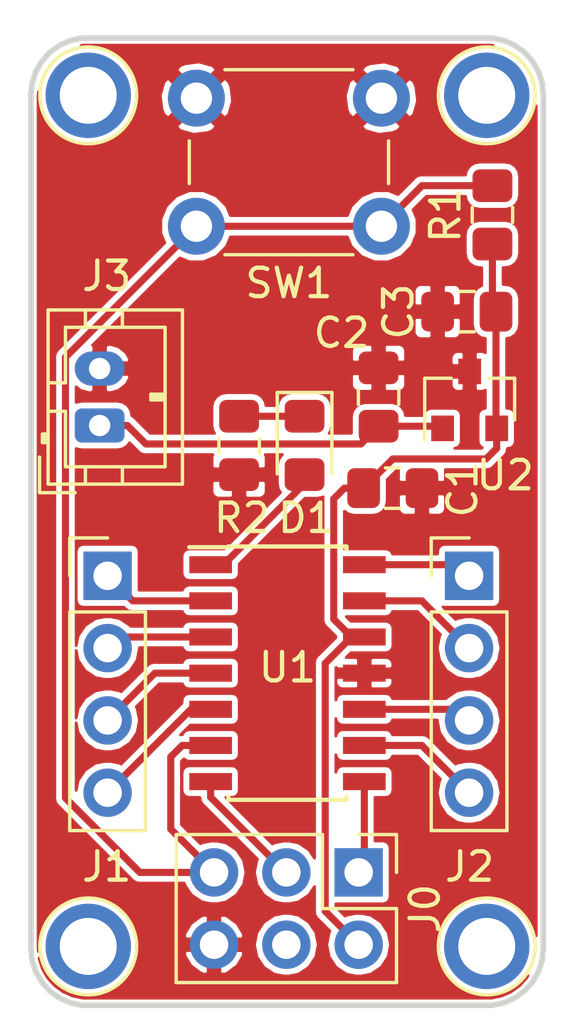
<source format=kicad_pcb>
(kicad_pcb (version 20171130) (host pcbnew 5.0.2+dfsg1-1)

  (general
    (thickness 1.6)
    (drawings 184)
    (tracks 62)
    (zones 0)
    (modules 17)
    (nets 18)
  )

  (page A4)
  (layers
    (0 F.Cu signal)
    (31 B.Cu signal)
    (32 B.Adhes user)
    (33 F.Adhes user hide)
    (34 B.Paste user)
    (35 F.Paste user hide)
    (36 B.SilkS user)
    (37 F.SilkS user)
    (38 B.Mask user)
    (39 F.Mask user hide)
    (40 Dwgs.User user)
    (41 Cmts.User user)
    (42 Eco1.User user)
    (43 Eco2.User user)
    (44 Edge.Cuts user)
    (45 Margin user)
    (46 B.CrtYd user)
    (47 F.CrtYd user)
    (48 B.Fab user)
    (49 F.Fab user hide)
  )

  (setup
    (last_trace_width 0.25)
    (trace_clearance 0.2)
    (zone_clearance 0.508)
    (zone_45_only no)
    (trace_min 0.2)
    (segment_width 0.2)
    (edge_width 0.15)
    (via_size 0.8)
    (via_drill 0.4)
    (via_min_size 0.4)
    (via_min_drill 0.3)
    (uvia_size 0.3)
    (uvia_drill 0.1)
    (uvias_allowed no)
    (uvia_min_size 0.2)
    (uvia_min_drill 0.1)
    (pcb_text_width 0.3)
    (pcb_text_size 1.5 1.5)
    (mod_edge_width 0.15)
    (mod_text_size 1 1)
    (mod_text_width 0.15)
    (pad_size 1.524 1.524)
    (pad_drill 0.762)
    (pad_to_mask_clearance 0.051)
    (solder_mask_min_width 0.25)
    (aux_axis_origin 0 0)
    (visible_elements FFFFFF7F)
    (pcbplotparams
      (layerselection 0x010fc_ffffffff)
      (usegerberextensions false)
      (usegerberattributes false)
      (usegerberadvancedattributes false)
      (creategerberjobfile false)
      (excludeedgelayer true)
      (linewidth 0.100000)
      (plotframeref false)
      (viasonmask false)
      (mode 1)
      (useauxorigin false)
      (hpglpennumber 1)
      (hpglpenspeed 20)
      (hpglpendiameter 15.000000)
      (psnegative false)
      (psa4output false)
      (plotreference true)
      (plotvalue true)
      (plotinvisibletext false)
      (padsonsilk false)
      (subtractmaskfromsilk false)
      (outputformat 1)
      (mirror false)
      (drillshape 0)
      (scaleselection 1)
      (outputdirectory "gerbers/"))
  )

  (net 0 "")
  (net 1 +3V3)
  (net 2 GND)
  (net 3 +BATT)
  (net 4 "Net-(D1-Pad1)")
  (net 5 LED)
  (net 6 SWDIO)
  (net 7 SWCLK)
  (net 8 "Net-(J0-Pad4)")
  (net 9 reset)
  (net 10 GPIO_1)
  (net 11 GPIO_2)
  (net 12 GPIO_3)
  (net 13 GPIO_4)
  (net 14 GPIO_8)
  (net 15 GPIO_7)
  (net 16 GPIO_6)
  (net 17 GPIO_5)

  (net_class Default "This is the default net class."
    (clearance 0.2)
    (trace_width 0.25)
    (via_dia 0.8)
    (via_drill 0.4)
    (uvia_dia 0.3)
    (uvia_drill 0.1)
    (add_net +3V3)
    (add_net +BATT)
    (add_net GND)
    (add_net GPIO_1)
    (add_net GPIO_2)
    (add_net GPIO_3)
    (add_net GPIO_4)
    (add_net GPIO_5)
    (add_net GPIO_6)
    (add_net GPIO_7)
    (add_net GPIO_8)
    (add_net LED)
    (add_net "Net-(D1-Pad1)")
    (add_net "Net-(J0-Pad4)")
    (add_net SWCLK)
    (add_net SWDIO)
    (add_net reset)
  )

  (module TestPoint:TestPoint_Plated_Hole_D2.0mm (layer F.Cu) (tedit 5CBDFE0D) (tstamp 5CBF6933)
    (at 158.1 94.3)
    (descr "Plated Hole as test Point, diameter 2.0mm")
    (tags "test point plated hole")
    (attr virtual)
    (fp_text reference REF** (at 0 -2.498) (layer F.Fab)
      (effects (font (size 1 1) (thickness 0.15)))
    )
    (fp_text value TestPoint_Plated_Hole_D2.0mm (at 0 2.45) (layer F.Fab)
      (effects (font (size 1 1) (thickness 0.15)))
    )
    (fp_text user %R (at 0 -2.5) (layer F.Fab)
      (effects (font (size 1 1) (thickness 0.15)))
    )
    (fp_circle (center 0 0) (end 1.8 0) (layer F.CrtYd) (width 0.05))
    (fp_circle (center 0 0) (end 0 -1.7) (layer F.SilkS) (width 0.12))
    (pad 1 thru_hole circle (at 0 0) (size 3 3) (drill 2) (layers *.Cu *.Mask))
  )

  (module TestPoint:TestPoint_Plated_Hole_D2.0mm (layer F.Cu) (tedit 5CBDFE14) (tstamp 5CBF6925)
    (at 144.1 94.3)
    (descr "Plated Hole as test Point, diameter 2.0mm")
    (tags "test point plated hole")
    (attr virtual)
    (fp_text reference REF** (at 0 -2.498) (layer F.Fab)
      (effects (font (size 1 1) (thickness 0.15)))
    )
    (fp_text value TestPoint_Plated_Hole_D2.0mm (at 0 2.45) (layer F.Fab)
      (effects (font (size 1 1) (thickness 0.15)))
    )
    (fp_circle (center 0 0) (end 0 -1.7) (layer F.SilkS) (width 0.12))
    (fp_circle (center 0 0) (end 1.8 0) (layer F.CrtYd) (width 0.05))
    (fp_text user %R (at 0 -2.5) (layer F.Fab)
      (effects (font (size 1 1) (thickness 0.15)))
    )
    (pad 1 thru_hole circle (at 0 0) (size 3 3) (drill 2) (layers *.Cu *.Mask))
  )

  (module TestPoint:TestPoint_Plated_Hole_D2.0mm (layer F.Cu) (tedit 5CBDFE1A) (tstamp 5CBF6915)
    (at 144.1 64.4)
    (descr "Plated Hole as test Point, diameter 2.0mm")
    (tags "test point plated hole")
    (attr virtual)
    (fp_text reference REF** (at 0 -2.498) (layer F.Fab)
      (effects (font (size 1 1) (thickness 0.15)))
    )
    (fp_text value TestPoint_Plated_Hole_D2.0mm (at 0 2.45) (layer F.Fab)
      (effects (font (size 1 1) (thickness 0.15)))
    )
    (fp_text user %R (at 0 -2.5) (layer F.Fab)
      (effects (font (size 1 1) (thickness 0.15)))
    )
    (fp_circle (center 0 0) (end 1.8 0) (layer F.CrtYd) (width 0.05))
    (fp_circle (center 0 0) (end 0 -1.7) (layer F.SilkS) (width 0.12))
    (pad 1 thru_hole circle (at 0 0) (size 3 3) (drill 2) (layers *.Cu *.Mask))
  )

  (module Capacitor_SMD:C_0805_2012Metric_Pad1.15x1.40mm_HandSolder (layer F.Cu) (tedit 5B36C52B) (tstamp 5CBF44E8)
    (at 154.8 78.2)
    (descr "Capacitor SMD 0805 (2012 Metric), square (rectangular) end terminal, IPC_7351 nominal with elongated pad for handsoldering. (Body size source: https://docs.google.com/spreadsheets/d/1BsfQQcO9C6DZCsRaXUlFlo91Tg2WpOkGARC1WS5S8t0/edit?usp=sharing), generated with kicad-footprint-generator")
    (tags "capacitor handsolder")
    (path /5CBDCC1A)
    (attr smd)
    (fp_text reference C1 (at 2.45 0.05 270) (layer F.SilkS)
      (effects (font (size 1 1) (thickness 0.15)))
    )
    (fp_text value 0.1uF (at 0 1.65) (layer F.Fab)
      (effects (font (size 1 1) (thickness 0.15)))
    )
    (fp_line (start -1 0.6) (end -1 -0.6) (layer F.Fab) (width 0.1))
    (fp_line (start -1 -0.6) (end 1 -0.6) (layer F.Fab) (width 0.1))
    (fp_line (start 1 -0.6) (end 1 0.6) (layer F.Fab) (width 0.1))
    (fp_line (start 1 0.6) (end -1 0.6) (layer F.Fab) (width 0.1))
    (fp_line (start -0.261252 -0.71) (end 0.261252 -0.71) (layer F.SilkS) (width 0.12))
    (fp_line (start -0.261252 0.71) (end 0.261252 0.71) (layer F.SilkS) (width 0.12))
    (fp_line (start -1.85 0.95) (end -1.85 -0.95) (layer F.CrtYd) (width 0.05))
    (fp_line (start -1.85 -0.95) (end 1.85 -0.95) (layer F.CrtYd) (width 0.05))
    (fp_line (start 1.85 -0.95) (end 1.85 0.95) (layer F.CrtYd) (width 0.05))
    (fp_line (start 1.85 0.95) (end -1.85 0.95) (layer F.CrtYd) (width 0.05))
    (fp_text user %R (at 0 0) (layer F.Fab)
      (effects (font (size 0.5 0.5) (thickness 0.08)))
    )
    (pad 1 smd roundrect (at -1.025 0) (size 1.15 1.4) (layers F.Cu F.Paste F.Mask) (roundrect_rratio 0.217391)
      (net 1 +3V3))
    (pad 2 smd roundrect (at 1.025 0) (size 1.15 1.4) (layers F.Cu F.Paste F.Mask) (roundrect_rratio 0.217391)
      (net 2 GND))
    (model ${KISYS3DMOD}/Capacitor_SMD.3dshapes/C_0805_2012Metric.wrl
      (at (xyz 0 0 0))
      (scale (xyz 1 1 1))
      (rotate (xyz 0 0 0))
    )
  )

  (module Capacitor_SMD:C_0805_2012Metric_Pad1.15x1.40mm_HandSolder (layer F.Cu) (tedit 5B36C52B) (tstamp 5CBF5B83)
    (at 154.3 75 90)
    (descr "Capacitor SMD 0805 (2012 Metric), square (rectangular) end terminal, IPC_7351 nominal with elongated pad for handsoldering. (Body size source: https://docs.google.com/spreadsheets/d/1BsfQQcO9C6DZCsRaXUlFlo91Tg2WpOkGARC1WS5S8t0/edit?usp=sharing), generated with kicad-footprint-generator")
    (tags "capacitor handsolder")
    (path /5CBDEB69)
    (attr smd)
    (fp_text reference C2 (at 2.25 -1.3 180) (layer F.SilkS)
      (effects (font (size 1 1) (thickness 0.15)))
    )
    (fp_text value 1uF (at 0 1.65 90) (layer F.Fab)
      (effects (font (size 1 1) (thickness 0.15)))
    )
    (fp_text user %R (at 0 0 90) (layer F.Fab)
      (effects (font (size 0.5 0.5) (thickness 0.08)))
    )
    (fp_line (start 1.85 0.95) (end -1.85 0.95) (layer F.CrtYd) (width 0.05))
    (fp_line (start 1.85 -0.95) (end 1.85 0.95) (layer F.CrtYd) (width 0.05))
    (fp_line (start -1.85 -0.95) (end 1.85 -0.95) (layer F.CrtYd) (width 0.05))
    (fp_line (start -1.85 0.95) (end -1.85 -0.95) (layer F.CrtYd) (width 0.05))
    (fp_line (start -0.261252 0.71) (end 0.261252 0.71) (layer F.SilkS) (width 0.12))
    (fp_line (start -0.261252 -0.71) (end 0.261252 -0.71) (layer F.SilkS) (width 0.12))
    (fp_line (start 1 0.6) (end -1 0.6) (layer F.Fab) (width 0.1))
    (fp_line (start 1 -0.6) (end 1 0.6) (layer F.Fab) (width 0.1))
    (fp_line (start -1 -0.6) (end 1 -0.6) (layer F.Fab) (width 0.1))
    (fp_line (start -1 0.6) (end -1 -0.6) (layer F.Fab) (width 0.1))
    (pad 2 smd roundrect (at 1.025 0 90) (size 1.15 1.4) (layers F.Cu F.Paste F.Mask) (roundrect_rratio 0.217391)
      (net 2 GND))
    (pad 1 smd roundrect (at -1.025 0 90) (size 1.15 1.4) (layers F.Cu F.Paste F.Mask) (roundrect_rratio 0.217391)
      (net 3 +BATT))
    (model ${KISYS3DMOD}/Capacitor_SMD.3dshapes/C_0805_2012Metric.wrl
      (at (xyz 0 0 0))
      (scale (xyz 1 1 1))
      (rotate (xyz 0 0 0))
    )
  )

  (module Capacitor_SMD:C_0805_2012Metric_Pad1.15x1.40mm_HandSolder (layer F.Cu) (tedit 5B36C52B) (tstamp 5CBF450A)
    (at 157.4 72 180)
    (descr "Capacitor SMD 0805 (2012 Metric), square (rectangular) end terminal, IPC_7351 nominal with elongated pad for handsoldering. (Body size source: https://docs.google.com/spreadsheets/d/1BsfQQcO9C6DZCsRaXUlFlo91Tg2WpOkGARC1WS5S8t0/edit?usp=sharing), generated with kicad-footprint-generator")
    (tags "capacitor handsolder")
    (path /5CBDEBF9)
    (attr smd)
    (fp_text reference C3 (at 2.4 0 270) (layer F.SilkS)
      (effects (font (size 1 1) (thickness 0.15)))
    )
    (fp_text value 1uF (at 0 1.65 180) (layer F.Fab)
      (effects (font (size 1 1) (thickness 0.15)))
    )
    (fp_line (start -1 0.6) (end -1 -0.6) (layer F.Fab) (width 0.1))
    (fp_line (start -1 -0.6) (end 1 -0.6) (layer F.Fab) (width 0.1))
    (fp_line (start 1 -0.6) (end 1 0.6) (layer F.Fab) (width 0.1))
    (fp_line (start 1 0.6) (end -1 0.6) (layer F.Fab) (width 0.1))
    (fp_line (start -0.261252 -0.71) (end 0.261252 -0.71) (layer F.SilkS) (width 0.12))
    (fp_line (start -0.261252 0.71) (end 0.261252 0.71) (layer F.SilkS) (width 0.12))
    (fp_line (start -1.85 0.95) (end -1.85 -0.95) (layer F.CrtYd) (width 0.05))
    (fp_line (start -1.85 -0.95) (end 1.85 -0.95) (layer F.CrtYd) (width 0.05))
    (fp_line (start 1.85 -0.95) (end 1.85 0.95) (layer F.CrtYd) (width 0.05))
    (fp_line (start 1.85 0.95) (end -1.85 0.95) (layer F.CrtYd) (width 0.05))
    (fp_text user %R (at 0 0 180) (layer F.Fab)
      (effects (font (size 0.5 0.5) (thickness 0.08)))
    )
    (pad 1 smd roundrect (at -1.025 0 180) (size 1.15 1.4) (layers F.Cu F.Paste F.Mask) (roundrect_rratio 0.217391)
      (net 1 +3V3))
    (pad 2 smd roundrect (at 1.025 0 180) (size 1.15 1.4) (layers F.Cu F.Paste F.Mask) (roundrect_rratio 0.217391)
      (net 2 GND))
    (model ${KISYS3DMOD}/Capacitor_SMD.3dshapes/C_0805_2012Metric.wrl
      (at (xyz 0 0 0))
      (scale (xyz 1 1 1))
      (rotate (xyz 0 0 0))
    )
  )

  (module LED_SMD:LED_0805_2012Metric_Pad1.15x1.40mm_HandSolder (layer F.Cu) (tedit 5B4B45C9) (tstamp 5CBF451D)
    (at 151.7 76.7 270)
    (descr "LED SMD 0805 (2012 Metric), square (rectangular) end terminal, IPC_7351 nominal, (Body size source: https://docs.google.com/spreadsheets/d/1BsfQQcO9C6DZCsRaXUlFlo91Tg2WpOkGARC1WS5S8t0/edit?usp=sharing), generated with kicad-footprint-generator")
    (tags "LED handsolder")
    (path /5CBDD547)
    (attr smd)
    (fp_text reference D1 (at 2.55 -0.05) (layer F.SilkS)
      (effects (font (size 1 1) (thickness 0.15)))
    )
    (fp_text value LED_ALT (at 0 1.65 270) (layer F.Fab)
      (effects (font (size 1 1) (thickness 0.15)))
    )
    (fp_line (start 1 -0.6) (end -0.7 -0.6) (layer F.Fab) (width 0.1))
    (fp_line (start -0.7 -0.6) (end -1 -0.3) (layer F.Fab) (width 0.1))
    (fp_line (start -1 -0.3) (end -1 0.6) (layer F.Fab) (width 0.1))
    (fp_line (start -1 0.6) (end 1 0.6) (layer F.Fab) (width 0.1))
    (fp_line (start 1 0.6) (end 1 -0.6) (layer F.Fab) (width 0.1))
    (fp_line (start 1 -0.96) (end -1.86 -0.96) (layer F.SilkS) (width 0.12))
    (fp_line (start -1.86 -0.96) (end -1.86 0.96) (layer F.SilkS) (width 0.12))
    (fp_line (start -1.86 0.96) (end 1 0.96) (layer F.SilkS) (width 0.12))
    (fp_line (start -1.85 0.95) (end -1.85 -0.95) (layer F.CrtYd) (width 0.05))
    (fp_line (start -1.85 -0.95) (end 1.85 -0.95) (layer F.CrtYd) (width 0.05))
    (fp_line (start 1.85 -0.95) (end 1.85 0.95) (layer F.CrtYd) (width 0.05))
    (fp_line (start 1.85 0.95) (end -1.85 0.95) (layer F.CrtYd) (width 0.05))
    (fp_text user %R (at 0 0 270) (layer F.Fab)
      (effects (font (size 0.5 0.5) (thickness 0.08)))
    )
    (pad 1 smd roundrect (at -1.025 0 270) (size 1.15 1.4) (layers F.Cu F.Paste F.Mask) (roundrect_rratio 0.217391)
      (net 4 "Net-(D1-Pad1)"))
    (pad 2 smd roundrect (at 1.025 0 270) (size 1.15 1.4) (layers F.Cu F.Paste F.Mask) (roundrect_rratio 0.217391)
      (net 5 LED))
    (model ${KISYS3DMOD}/LED_SMD.3dshapes/LED_0805_2012Metric.wrl
      (at (xyz 0 0 0))
      (scale (xyz 1 1 1))
      (rotate (xyz 0 0 0))
    )
  )

  (module Connector_PinHeader_2.54mm:PinHeader_2x03_P2.54mm_Vertical (layer F.Cu) (tedit 59FED5CC) (tstamp 5CBF4539)
    (at 153.6 91.7 270)
    (descr "Through hole straight pin header, 2x03, 2.54mm pitch, double rows")
    (tags "Through hole pin header THT 2x03 2.54mm double row")
    (path /5CBDD74E)
    (fp_text reference J0 (at 1.27 -2.33 270) (layer F.SilkS)
      (effects (font (size 1 1) (thickness 0.15)))
    )
    (fp_text value SWD_PGM (at 1.27 7.41 270) (layer F.Fab)
      (effects (font (size 1 1) (thickness 0.15)))
    )
    (fp_line (start 0 -1.27) (end 3.81 -1.27) (layer F.Fab) (width 0.1))
    (fp_line (start 3.81 -1.27) (end 3.81 6.35) (layer F.Fab) (width 0.1))
    (fp_line (start 3.81 6.35) (end -1.27 6.35) (layer F.Fab) (width 0.1))
    (fp_line (start -1.27 6.35) (end -1.27 0) (layer F.Fab) (width 0.1))
    (fp_line (start -1.27 0) (end 0 -1.27) (layer F.Fab) (width 0.1))
    (fp_line (start -1.33 6.41) (end 3.87 6.41) (layer F.SilkS) (width 0.12))
    (fp_line (start -1.33 1.27) (end -1.33 6.41) (layer F.SilkS) (width 0.12))
    (fp_line (start 3.87 -1.33) (end 3.87 6.41) (layer F.SilkS) (width 0.12))
    (fp_line (start -1.33 1.27) (end 1.27 1.27) (layer F.SilkS) (width 0.12))
    (fp_line (start 1.27 1.27) (end 1.27 -1.33) (layer F.SilkS) (width 0.12))
    (fp_line (start 1.27 -1.33) (end 3.87 -1.33) (layer F.SilkS) (width 0.12))
    (fp_line (start -1.33 0) (end -1.33 -1.33) (layer F.SilkS) (width 0.12))
    (fp_line (start -1.33 -1.33) (end 0 -1.33) (layer F.SilkS) (width 0.12))
    (fp_line (start -1.8 -1.8) (end -1.8 6.85) (layer F.CrtYd) (width 0.05))
    (fp_line (start -1.8 6.85) (end 4.35 6.85) (layer F.CrtYd) (width 0.05))
    (fp_line (start 4.35 6.85) (end 4.35 -1.8) (layer F.CrtYd) (width 0.05))
    (fp_line (start 4.35 -1.8) (end -1.8 -1.8) (layer F.CrtYd) (width 0.05))
    (fp_text user %R (at 1.27 2.54) (layer F.Fab)
      (effects (font (size 1 1) (thickness 0.15)))
    )
    (pad 1 thru_hole rect (at 0 0 270) (size 1.7 1.7) (drill 1) (layers *.Cu *.Mask)
      (net 6 SWDIO))
    (pad 2 thru_hole oval (at 2.54 0 270) (size 1.7 1.7) (drill 1) (layers *.Cu *.Mask)
      (net 1 +3V3))
    (pad 3 thru_hole oval (at 0 2.54 270) (size 1.7 1.7) (drill 1) (layers *.Cu *.Mask)
      (net 7 SWCLK))
    (pad 4 thru_hole oval (at 2.54 2.54 270) (size 1.7 1.7) (drill 1) (layers *.Cu *.Mask)
      (net 8 "Net-(J0-Pad4)"))
    (pad 5 thru_hole oval (at 0 5.08 270) (size 1.7 1.7) (drill 1) (layers *.Cu *.Mask)
      (net 9 reset))
    (pad 6 thru_hole oval (at 2.54 5.08 270) (size 1.7 1.7) (drill 1) (layers *.Cu *.Mask)
      (net 2 GND))
    (model ${KISYS3DMOD}/Connector_PinHeader_2.54mm.3dshapes/PinHeader_2x03_P2.54mm_Vertical.wrl
      (at (xyz 0 0 0))
      (scale (xyz 1 1 1))
      (rotate (xyz 0 0 0))
    )
  )

  (module Connector_PinHeader_2.54mm:PinHeader_1x04_P2.54mm_Vertical (layer F.Cu) (tedit 59FED5CC) (tstamp 5CBF57C3)
    (at 144.78 81.28)
    (descr "Through hole straight pin header, 1x04, 2.54mm pitch, single row")
    (tags "Through hole pin header THT 1x04 2.54mm single row")
    (path /5CBDD89C)
    (fp_text reference J1 (at -0.03 10.22) (layer F.SilkS)
      (effects (font (size 1 1) (thickness 0.15)))
    )
    (fp_text value GPIO_A (at 0 9.95) (layer F.Fab)
      (effects (font (size 1 1) (thickness 0.15)))
    )
    (fp_line (start -0.635 -1.27) (end 1.27 -1.27) (layer F.Fab) (width 0.1))
    (fp_line (start 1.27 -1.27) (end 1.27 8.89) (layer F.Fab) (width 0.1))
    (fp_line (start 1.27 8.89) (end -1.27 8.89) (layer F.Fab) (width 0.1))
    (fp_line (start -1.27 8.89) (end -1.27 -0.635) (layer F.Fab) (width 0.1))
    (fp_line (start -1.27 -0.635) (end -0.635 -1.27) (layer F.Fab) (width 0.1))
    (fp_line (start -1.33 8.95) (end 1.33 8.95) (layer F.SilkS) (width 0.12))
    (fp_line (start -1.33 1.27) (end -1.33 8.95) (layer F.SilkS) (width 0.12))
    (fp_line (start 1.33 1.27) (end 1.33 8.95) (layer F.SilkS) (width 0.12))
    (fp_line (start -1.33 1.27) (end 1.33 1.27) (layer F.SilkS) (width 0.12))
    (fp_line (start -1.33 0) (end -1.33 -1.33) (layer F.SilkS) (width 0.12))
    (fp_line (start -1.33 -1.33) (end 0 -1.33) (layer F.SilkS) (width 0.12))
    (fp_line (start -1.8 -1.8) (end -1.8 9.4) (layer F.CrtYd) (width 0.05))
    (fp_line (start -1.8 9.4) (end 1.8 9.4) (layer F.CrtYd) (width 0.05))
    (fp_line (start 1.8 9.4) (end 1.8 -1.8) (layer F.CrtYd) (width 0.05))
    (fp_line (start 1.8 -1.8) (end -1.8 -1.8) (layer F.CrtYd) (width 0.05))
    (fp_text user %R (at 0 3.81 90) (layer F.Fab)
      (effects (font (size 1 1) (thickness 0.15)))
    )
    (pad 1 thru_hole rect (at 0 0) (size 1.7 1.7) (drill 1) (layers *.Cu *.Mask)
      (net 10 GPIO_1))
    (pad 2 thru_hole oval (at 0 2.54) (size 1.7 1.7) (drill 1) (layers *.Cu *.Mask)
      (net 11 GPIO_2))
    (pad 3 thru_hole oval (at 0 5.08) (size 1.7 1.7) (drill 1) (layers *.Cu *.Mask)
      (net 12 GPIO_3))
    (pad 4 thru_hole oval (at 0 7.62) (size 1.7 1.7) (drill 1) (layers *.Cu *.Mask)
      (net 13 GPIO_4))
    (model ${KISYS3DMOD}/Connector_PinHeader_2.54mm.3dshapes/PinHeader_1x04_P2.54mm_Vertical.wrl
      (at (xyz 0 0 0))
      (scale (xyz 1 1 1))
      (rotate (xyz 0 0 0))
    )
  )

  (module Connector_PinHeader_2.54mm:PinHeader_1x04_P2.54mm_Vertical (layer F.Cu) (tedit 59FED5CC) (tstamp 5CBF5838)
    (at 157.48 81.28)
    (descr "Through hole straight pin header, 1x04, 2.54mm pitch, single row")
    (tags "Through hole pin header THT 1x04 2.54mm single row")
    (path /5CBDDA64)
    (fp_text reference J2 (at 0.02 10.22) (layer F.SilkS)
      (effects (font (size 1 1) (thickness 0.15)))
    )
    (fp_text value GPIO_B (at 0 9.95) (layer F.Fab)
      (effects (font (size 1 1) (thickness 0.15)))
    )
    (fp_text user %R (at 0 3.81 90) (layer F.Fab)
      (effects (font (size 1 1) (thickness 0.15)))
    )
    (fp_line (start 1.8 -1.8) (end -1.8 -1.8) (layer F.CrtYd) (width 0.05))
    (fp_line (start 1.8 9.4) (end 1.8 -1.8) (layer F.CrtYd) (width 0.05))
    (fp_line (start -1.8 9.4) (end 1.8 9.4) (layer F.CrtYd) (width 0.05))
    (fp_line (start -1.8 -1.8) (end -1.8 9.4) (layer F.CrtYd) (width 0.05))
    (fp_line (start -1.33 -1.33) (end 0 -1.33) (layer F.SilkS) (width 0.12))
    (fp_line (start -1.33 0) (end -1.33 -1.33) (layer F.SilkS) (width 0.12))
    (fp_line (start -1.33 1.27) (end 1.33 1.27) (layer F.SilkS) (width 0.12))
    (fp_line (start 1.33 1.27) (end 1.33 8.95) (layer F.SilkS) (width 0.12))
    (fp_line (start -1.33 1.27) (end -1.33 8.95) (layer F.SilkS) (width 0.12))
    (fp_line (start -1.33 8.95) (end 1.33 8.95) (layer F.SilkS) (width 0.12))
    (fp_line (start -1.27 -0.635) (end -0.635 -1.27) (layer F.Fab) (width 0.1))
    (fp_line (start -1.27 8.89) (end -1.27 -0.635) (layer F.Fab) (width 0.1))
    (fp_line (start 1.27 8.89) (end -1.27 8.89) (layer F.Fab) (width 0.1))
    (fp_line (start 1.27 -1.27) (end 1.27 8.89) (layer F.Fab) (width 0.1))
    (fp_line (start -0.635 -1.27) (end 1.27 -1.27) (layer F.Fab) (width 0.1))
    (pad 4 thru_hole oval (at 0 7.62) (size 1.7 1.7) (drill 1) (layers *.Cu *.Mask)
      (net 14 GPIO_8))
    (pad 3 thru_hole oval (at 0 5.08) (size 1.7 1.7) (drill 1) (layers *.Cu *.Mask)
      (net 15 GPIO_7))
    (pad 2 thru_hole oval (at 0 2.54) (size 1.7 1.7) (drill 1) (layers *.Cu *.Mask)
      (net 16 GPIO_6))
    (pad 1 thru_hole rect (at 0 0) (size 1.7 1.7) (drill 1) (layers *.Cu *.Mask)
      (net 17 GPIO_5))
    (model ${KISYS3DMOD}/Connector_PinHeader_2.54mm.3dshapes/PinHeader_1x04_P2.54mm_Vertical.wrl
      (at (xyz 0 0 0))
      (scale (xyz 1 1 1))
      (rotate (xyz 0 0 0))
    )
  )

  (module Connector_JST:JST_PH_B2B-PH-K_1x02_P2.00mm_Vertical (layer F.Cu) (tedit 5B7745C2) (tstamp 5CBF6274)
    (at 144.5 76 90)
    (descr "JST PH series connector, B2B-PH-K (http://www.jst-mfg.com/product/pdf/eng/ePH.pdf), generated with kicad-footprint-generator")
    (tags "connector JST PH side entry")
    (path /5CBDE0D7)
    (fp_text reference J3 (at 5.25 0.25 180) (layer F.SilkS)
      (effects (font (size 1 1) (thickness 0.15)))
    )
    (fp_text value Battery (at 1 4 90) (layer F.Fab)
      (effects (font (size 1 1) (thickness 0.15)))
    )
    (fp_line (start -2.06 -1.81) (end -2.06 2.91) (layer F.SilkS) (width 0.12))
    (fp_line (start -2.06 2.91) (end 4.06 2.91) (layer F.SilkS) (width 0.12))
    (fp_line (start 4.06 2.91) (end 4.06 -1.81) (layer F.SilkS) (width 0.12))
    (fp_line (start 4.06 -1.81) (end -2.06 -1.81) (layer F.SilkS) (width 0.12))
    (fp_line (start -0.3 -1.81) (end -0.3 -2.01) (layer F.SilkS) (width 0.12))
    (fp_line (start -0.3 -2.01) (end -0.6 -2.01) (layer F.SilkS) (width 0.12))
    (fp_line (start -0.6 -2.01) (end -0.6 -1.81) (layer F.SilkS) (width 0.12))
    (fp_line (start -0.3 -1.91) (end -0.6 -1.91) (layer F.SilkS) (width 0.12))
    (fp_line (start 0.5 -1.81) (end 0.5 -1.2) (layer F.SilkS) (width 0.12))
    (fp_line (start 0.5 -1.2) (end -1.45 -1.2) (layer F.SilkS) (width 0.12))
    (fp_line (start -1.45 -1.2) (end -1.45 2.3) (layer F.SilkS) (width 0.12))
    (fp_line (start -1.45 2.3) (end 3.45 2.3) (layer F.SilkS) (width 0.12))
    (fp_line (start 3.45 2.3) (end 3.45 -1.2) (layer F.SilkS) (width 0.12))
    (fp_line (start 3.45 -1.2) (end 1.5 -1.2) (layer F.SilkS) (width 0.12))
    (fp_line (start 1.5 -1.2) (end 1.5 -1.81) (layer F.SilkS) (width 0.12))
    (fp_line (start -2.06 -0.5) (end -1.45 -0.5) (layer F.SilkS) (width 0.12))
    (fp_line (start -2.06 0.8) (end -1.45 0.8) (layer F.SilkS) (width 0.12))
    (fp_line (start 4.06 -0.5) (end 3.45 -0.5) (layer F.SilkS) (width 0.12))
    (fp_line (start 4.06 0.8) (end 3.45 0.8) (layer F.SilkS) (width 0.12))
    (fp_line (start 0.9 2.3) (end 0.9 1.8) (layer F.SilkS) (width 0.12))
    (fp_line (start 0.9 1.8) (end 1.1 1.8) (layer F.SilkS) (width 0.12))
    (fp_line (start 1.1 1.8) (end 1.1 2.3) (layer F.SilkS) (width 0.12))
    (fp_line (start 1 2.3) (end 1 1.8) (layer F.SilkS) (width 0.12))
    (fp_line (start -1.11 -2.11) (end -2.36 -2.11) (layer F.SilkS) (width 0.12))
    (fp_line (start -2.36 -2.11) (end -2.36 -0.86) (layer F.SilkS) (width 0.12))
    (fp_line (start -1.11 -2.11) (end -2.36 -2.11) (layer F.Fab) (width 0.1))
    (fp_line (start -2.36 -2.11) (end -2.36 -0.86) (layer F.Fab) (width 0.1))
    (fp_line (start -1.95 -1.7) (end -1.95 2.8) (layer F.Fab) (width 0.1))
    (fp_line (start -1.95 2.8) (end 3.95 2.8) (layer F.Fab) (width 0.1))
    (fp_line (start 3.95 2.8) (end 3.95 -1.7) (layer F.Fab) (width 0.1))
    (fp_line (start 3.95 -1.7) (end -1.95 -1.7) (layer F.Fab) (width 0.1))
    (fp_line (start -2.45 -2.2) (end -2.45 3.3) (layer F.CrtYd) (width 0.05))
    (fp_line (start -2.45 3.3) (end 4.45 3.3) (layer F.CrtYd) (width 0.05))
    (fp_line (start 4.45 3.3) (end 4.45 -2.2) (layer F.CrtYd) (width 0.05))
    (fp_line (start 4.45 -2.2) (end -2.45 -2.2) (layer F.CrtYd) (width 0.05))
    (fp_text user %R (at 1 1.5 90) (layer F.Fab)
      (effects (font (size 1 1) (thickness 0.15)))
    )
    (pad 1 thru_hole roundrect (at 0 0 90) (size 1.2 1.75) (drill 0.75) (layers *.Cu *.Mask) (roundrect_rratio 0.208333)
      (net 3 +BATT))
    (pad 2 thru_hole oval (at 2 0 90) (size 1.2 1.75) (drill 0.75) (layers *.Cu *.Mask)
      (net 2 GND))
    (model ${KISYS3DMOD}/Connector_JST.3dshapes/JST_PH_B2B-PH-K_1x02_P2.00mm_Vertical.wrl
      (at (xyz 0 0 0))
      (scale (xyz 1 1 1))
      (rotate (xyz 0 0 0))
    )
  )

  (module Resistor_SMD:R_0805_2012Metric_Pad1.15x1.40mm_HandSolder (layer F.Cu) (tedit 5B36C52B) (tstamp 5CBF45A4)
    (at 158.3 68.6 90)
    (descr "Resistor SMD 0805 (2012 Metric), square (rectangular) end terminal, IPC_7351 nominal with elongated pad for handsoldering. (Body size source: https://docs.google.com/spreadsheets/d/1BsfQQcO9C6DZCsRaXUlFlo91Tg2WpOkGARC1WS5S8t0/edit?usp=sharing), generated with kicad-footprint-generator")
    (tags "resistor handsolder")
    (path /5CBDD2E4)
    (attr smd)
    (fp_text reference R1 (at 0 -1.65 90) (layer F.SilkS)
      (effects (font (size 1 1) (thickness 0.15)))
    )
    (fp_text value 10k (at 0 1.65 90) (layer F.Fab)
      (effects (font (size 1 1) (thickness 0.15)))
    )
    (fp_line (start -1 0.6) (end -1 -0.6) (layer F.Fab) (width 0.1))
    (fp_line (start -1 -0.6) (end 1 -0.6) (layer F.Fab) (width 0.1))
    (fp_line (start 1 -0.6) (end 1 0.6) (layer F.Fab) (width 0.1))
    (fp_line (start 1 0.6) (end -1 0.6) (layer F.Fab) (width 0.1))
    (fp_line (start -0.261252 -0.71) (end 0.261252 -0.71) (layer F.SilkS) (width 0.12))
    (fp_line (start -0.261252 0.71) (end 0.261252 0.71) (layer F.SilkS) (width 0.12))
    (fp_line (start -1.85 0.95) (end -1.85 -0.95) (layer F.CrtYd) (width 0.05))
    (fp_line (start -1.85 -0.95) (end 1.85 -0.95) (layer F.CrtYd) (width 0.05))
    (fp_line (start 1.85 -0.95) (end 1.85 0.95) (layer F.CrtYd) (width 0.05))
    (fp_line (start 1.85 0.95) (end -1.85 0.95) (layer F.CrtYd) (width 0.05))
    (fp_text user %R (at 0 0 90) (layer F.Fab)
      (effects (font (size 0.5 0.5) (thickness 0.08)))
    )
    (pad 1 smd roundrect (at -1.025 0 90) (size 1.15 1.4) (layers F.Cu F.Paste F.Mask) (roundrect_rratio 0.217391)
      (net 1 +3V3))
    (pad 2 smd roundrect (at 1.025 0 90) (size 1.15 1.4) (layers F.Cu F.Paste F.Mask) (roundrect_rratio 0.217391)
      (net 9 reset))
    (model ${KISYS3DMOD}/Resistor_SMD.3dshapes/R_0805_2012Metric.wrl
      (at (xyz 0 0 0))
      (scale (xyz 1 1 1))
      (rotate (xyz 0 0 0))
    )
  )

  (module Resistor_SMD:R_0805_2012Metric_Pad1.15x1.40mm_HandSolder (layer F.Cu) (tedit 5B36C52B) (tstamp 5CBF45B5)
    (at 149.4 76.7 90)
    (descr "Resistor SMD 0805 (2012 Metric), square (rectangular) end terminal, IPC_7351 nominal with elongated pad for handsoldering. (Body size source: https://docs.google.com/spreadsheets/d/1BsfQQcO9C6DZCsRaXUlFlo91Tg2WpOkGARC1WS5S8t0/edit?usp=sharing), generated with kicad-footprint-generator")
    (tags "resistor handsolder")
    (path /5CBDD5E1)
    (attr smd)
    (fp_text reference R2 (at -2.55 0.1 180) (layer F.SilkS)
      (effects (font (size 1 1) (thickness 0.15)))
    )
    (fp_text value 1k (at 0 1.65 90) (layer F.Fab)
      (effects (font (size 1 1) (thickness 0.15)))
    )
    (fp_text user %R (at 0 0 90) (layer F.Fab)
      (effects (font (size 0.5 0.5) (thickness 0.08)))
    )
    (fp_line (start 1.85 0.95) (end -1.85 0.95) (layer F.CrtYd) (width 0.05))
    (fp_line (start 1.85 -0.95) (end 1.85 0.95) (layer F.CrtYd) (width 0.05))
    (fp_line (start -1.85 -0.95) (end 1.85 -0.95) (layer F.CrtYd) (width 0.05))
    (fp_line (start -1.85 0.95) (end -1.85 -0.95) (layer F.CrtYd) (width 0.05))
    (fp_line (start -0.261252 0.71) (end 0.261252 0.71) (layer F.SilkS) (width 0.12))
    (fp_line (start -0.261252 -0.71) (end 0.261252 -0.71) (layer F.SilkS) (width 0.12))
    (fp_line (start 1 0.6) (end -1 0.6) (layer F.Fab) (width 0.1))
    (fp_line (start 1 -0.6) (end 1 0.6) (layer F.Fab) (width 0.1))
    (fp_line (start -1 -0.6) (end 1 -0.6) (layer F.Fab) (width 0.1))
    (fp_line (start -1 0.6) (end -1 -0.6) (layer F.Fab) (width 0.1))
    (pad 2 smd roundrect (at 1.025 0 90) (size 1.15 1.4) (layers F.Cu F.Paste F.Mask) (roundrect_rratio 0.217391)
      (net 4 "Net-(D1-Pad1)"))
    (pad 1 smd roundrect (at -1.025 0 90) (size 1.15 1.4) (layers F.Cu F.Paste F.Mask) (roundrect_rratio 0.217391)
      (net 2 GND))
    (model ${KISYS3DMOD}/Resistor_SMD.3dshapes/R_0805_2012Metric.wrl
      (at (xyz 0 0 0))
      (scale (xyz 1 1 1))
      (rotate (xyz 0 0 0))
    )
  )

  (module Button_Switch_THT:SW_PUSH_6mm (layer F.Cu) (tedit 5A02FE31) (tstamp 5CBF45D4)
    (at 154.4 69 180)
    (descr https://www.omron.com/ecb/products/pdf/en-b3f.pdf)
    (tags "tact sw push 6mm")
    (path /5CBDD473)
    (fp_text reference SW1 (at 3.25 -2 180) (layer F.SilkS)
      (effects (font (size 1 1) (thickness 0.15)))
    )
    (fp_text value SW_Push (at 3.75 6.7 180) (layer F.Fab)
      (effects (font (size 1 1) (thickness 0.15)))
    )
    (fp_text user %R (at 3.25 2.25 180) (layer F.Fab)
      (effects (font (size 1 1) (thickness 0.15)))
    )
    (fp_line (start 3.25 -0.75) (end 6.25 -0.75) (layer F.Fab) (width 0.1))
    (fp_line (start 6.25 -0.75) (end 6.25 5.25) (layer F.Fab) (width 0.1))
    (fp_line (start 6.25 5.25) (end 0.25 5.25) (layer F.Fab) (width 0.1))
    (fp_line (start 0.25 5.25) (end 0.25 -0.75) (layer F.Fab) (width 0.1))
    (fp_line (start 0.25 -0.75) (end 3.25 -0.75) (layer F.Fab) (width 0.1))
    (fp_line (start 7.75 6) (end 8 6) (layer F.CrtYd) (width 0.05))
    (fp_line (start 8 6) (end 8 5.75) (layer F.CrtYd) (width 0.05))
    (fp_line (start 7.75 -1.5) (end 8 -1.5) (layer F.CrtYd) (width 0.05))
    (fp_line (start 8 -1.5) (end 8 -1.25) (layer F.CrtYd) (width 0.05))
    (fp_line (start -1.5 -1.25) (end -1.5 -1.5) (layer F.CrtYd) (width 0.05))
    (fp_line (start -1.5 -1.5) (end -1.25 -1.5) (layer F.CrtYd) (width 0.05))
    (fp_line (start -1.5 5.75) (end -1.5 6) (layer F.CrtYd) (width 0.05))
    (fp_line (start -1.5 6) (end -1.25 6) (layer F.CrtYd) (width 0.05))
    (fp_line (start -1.25 -1.5) (end 7.75 -1.5) (layer F.CrtYd) (width 0.05))
    (fp_line (start -1.5 5.75) (end -1.5 -1.25) (layer F.CrtYd) (width 0.05))
    (fp_line (start 7.75 6) (end -1.25 6) (layer F.CrtYd) (width 0.05))
    (fp_line (start 8 -1.25) (end 8 5.75) (layer F.CrtYd) (width 0.05))
    (fp_line (start 1 5.5) (end 5.5 5.5) (layer F.SilkS) (width 0.12))
    (fp_line (start -0.25 1.5) (end -0.25 3) (layer F.SilkS) (width 0.12))
    (fp_line (start 5.5 -1) (end 1 -1) (layer F.SilkS) (width 0.12))
    (fp_line (start 6.75 3) (end 6.75 1.5) (layer F.SilkS) (width 0.12))
    (fp_circle (center 3.25 2.25) (end 1.25 2.5) (layer F.Fab) (width 0.1))
    (pad 2 thru_hole circle (at 0 4.5 270) (size 2 2) (drill 1.1) (layers *.Cu *.Mask)
      (net 2 GND))
    (pad 1 thru_hole circle (at 0 0 270) (size 2 2) (drill 1.1) (layers *.Cu *.Mask)
      (net 9 reset))
    (pad 2 thru_hole circle (at 6.5 4.5 270) (size 2 2) (drill 1.1) (layers *.Cu *.Mask)
      (net 2 GND))
    (pad 1 thru_hole circle (at 6.5 0 270) (size 2 2) (drill 1.1) (layers *.Cu *.Mask)
      (net 9 reset))
    (model ${KISYS3DMOD}/Button_Switch_THT.3dshapes/SW_PUSH_6mm.wrl
      (at (xyz 0 0 0))
      (scale (xyz 1 1 1))
      (rotate (xyz 0 0 0))
    )
  )

  (module Package_SO:SOIC-14_3.9x8.7mm_P1.27mm (layer F.Cu) (tedit 5A02F2D3) (tstamp 5CBF594D)
    (at 151.1 84.7)
    (descr "14-Lead Plastic Small Outline (SL) - Narrow, 3.90 mm Body [SOIC] (see Microchip Packaging Specification 00000049BS.pdf)")
    (tags "SOIC 1.27")
    (path /5CBDCAF3)
    (attr smd)
    (fp_text reference U1 (at 0 -0.2) (layer F.SilkS)
      (effects (font (size 1 1) (thickness 0.15)))
    )
    (fp_text value ATSAMD10C14A-SS (at 0 5.375) (layer F.Fab)
      (effects (font (size 1 1) (thickness 0.15)))
    )
    (fp_text user %R (at 0 0) (layer F.Fab)
      (effects (font (size 0.9 0.9) (thickness 0.135)))
    )
    (fp_line (start -0.95 -4.35) (end 1.95 -4.35) (layer F.Fab) (width 0.15))
    (fp_line (start 1.95 -4.35) (end 1.95 4.35) (layer F.Fab) (width 0.15))
    (fp_line (start 1.95 4.35) (end -1.95 4.35) (layer F.Fab) (width 0.15))
    (fp_line (start -1.95 4.35) (end -1.95 -3.35) (layer F.Fab) (width 0.15))
    (fp_line (start -1.95 -3.35) (end -0.95 -4.35) (layer F.Fab) (width 0.15))
    (fp_line (start -3.7 -4.65) (end -3.7 4.65) (layer F.CrtYd) (width 0.05))
    (fp_line (start 3.7 -4.65) (end 3.7 4.65) (layer F.CrtYd) (width 0.05))
    (fp_line (start -3.7 -4.65) (end 3.7 -4.65) (layer F.CrtYd) (width 0.05))
    (fp_line (start -3.7 4.65) (end 3.7 4.65) (layer F.CrtYd) (width 0.05))
    (fp_line (start -2.075 -4.45) (end -2.075 -4.425) (layer F.SilkS) (width 0.15))
    (fp_line (start 2.075 -4.45) (end 2.075 -4.335) (layer F.SilkS) (width 0.15))
    (fp_line (start 2.075 4.45) (end 2.075 4.335) (layer F.SilkS) (width 0.15))
    (fp_line (start -2.075 4.45) (end -2.075 4.335) (layer F.SilkS) (width 0.15))
    (fp_line (start -2.075 -4.45) (end 2.075 -4.45) (layer F.SilkS) (width 0.15))
    (fp_line (start -2.075 4.45) (end 2.075 4.45) (layer F.SilkS) (width 0.15))
    (fp_line (start -2.075 -4.425) (end -3.45 -4.425) (layer F.SilkS) (width 0.15))
    (pad 1 smd rect (at -2.7 -3.81) (size 1.5 0.6) (layers F.Cu F.Paste F.Mask)
      (net 5 LED))
    (pad 2 smd rect (at -2.7 -2.54) (size 1.5 0.6) (layers F.Cu F.Paste F.Mask)
      (net 10 GPIO_1))
    (pad 3 smd rect (at -2.7 -1.27) (size 1.5 0.6) (layers F.Cu F.Paste F.Mask)
      (net 11 GPIO_2))
    (pad 4 smd rect (at -2.7 0) (size 1.5 0.6) (layers F.Cu F.Paste F.Mask)
      (net 12 GPIO_3))
    (pad 5 smd rect (at -2.7 1.27) (size 1.5 0.6) (layers F.Cu F.Paste F.Mask)
      (net 13 GPIO_4))
    (pad 6 smd rect (at -2.7 2.54) (size 1.5 0.6) (layers F.Cu F.Paste F.Mask)
      (net 9 reset))
    (pad 7 smd rect (at -2.7 3.81) (size 1.5 0.6) (layers F.Cu F.Paste F.Mask)
      (net 7 SWCLK))
    (pad 8 smd rect (at 2.7 3.81) (size 1.5 0.6) (layers F.Cu F.Paste F.Mask)
      (net 6 SWDIO))
    (pad 9 smd rect (at 2.7 2.54) (size 1.5 0.6) (layers F.Cu F.Paste F.Mask)
      (net 14 GPIO_8))
    (pad 10 smd rect (at 2.7 1.27) (size 1.5 0.6) (layers F.Cu F.Paste F.Mask)
      (net 15 GPIO_7))
    (pad 11 smd rect (at 2.7 0) (size 1.5 0.6) (layers F.Cu F.Paste F.Mask)
      (net 2 GND))
    (pad 12 smd rect (at 2.7 -1.27) (size 1.5 0.6) (layers F.Cu F.Paste F.Mask)
      (net 1 +3V3))
    (pad 13 smd rect (at 2.7 -2.54) (size 1.5 0.6) (layers F.Cu F.Paste F.Mask)
      (net 16 GPIO_6))
    (pad 14 smd rect (at 2.7 -3.81) (size 1.5 0.6) (layers F.Cu F.Paste F.Mask)
      (net 17 GPIO_5))
    (model ${KISYS3DMOD}/Package_SO.3dshapes/SOIC-14_3.9x8.7mm_P1.27mm.wrl
      (at (xyz 0 0 0))
      (scale (xyz 1 1 1))
      (rotate (xyz 0 0 0))
    )
  )

  (module Package_TO_SOT_SMD:SOT-23 (layer F.Cu) (tedit 5A02FF57) (tstamp 5CBF60D2)
    (at 157.5 75.1 90)
    (descr "SOT-23, Standard")
    (tags SOT-23)
    (path /5CBDEAB4)
    (attr smd)
    (fp_text reference U2 (at -2.65 1.25 180) (layer F.SilkS)
      (effects (font (size 1 1) (thickness 0.15)))
    )
    (fp_text value AP7333-33SRG-7 (at 0 2.5 90) (layer F.Fab)
      (effects (font (size 1 1) (thickness 0.15)))
    )
    (fp_text user %R (at 0 0 180) (layer F.Fab)
      (effects (font (size 0.5 0.5) (thickness 0.075)))
    )
    (fp_line (start -0.7 -0.95) (end -0.7 1.5) (layer F.Fab) (width 0.1))
    (fp_line (start -0.15 -1.52) (end 0.7 -1.52) (layer F.Fab) (width 0.1))
    (fp_line (start -0.7 -0.95) (end -0.15 -1.52) (layer F.Fab) (width 0.1))
    (fp_line (start 0.7 -1.52) (end 0.7 1.52) (layer F.Fab) (width 0.1))
    (fp_line (start -0.7 1.52) (end 0.7 1.52) (layer F.Fab) (width 0.1))
    (fp_line (start 0.76 1.58) (end 0.76 0.65) (layer F.SilkS) (width 0.12))
    (fp_line (start 0.76 -1.58) (end 0.76 -0.65) (layer F.SilkS) (width 0.12))
    (fp_line (start -1.7 -1.75) (end 1.7 -1.75) (layer F.CrtYd) (width 0.05))
    (fp_line (start 1.7 -1.75) (end 1.7 1.75) (layer F.CrtYd) (width 0.05))
    (fp_line (start 1.7 1.75) (end -1.7 1.75) (layer F.CrtYd) (width 0.05))
    (fp_line (start -1.7 1.75) (end -1.7 -1.75) (layer F.CrtYd) (width 0.05))
    (fp_line (start 0.76 -1.58) (end -1.4 -1.58) (layer F.SilkS) (width 0.12))
    (fp_line (start 0.76 1.58) (end -0.7 1.58) (layer F.SilkS) (width 0.12))
    (pad 1 smd rect (at -1 -0.95 90) (size 0.9 0.8) (layers F.Cu F.Paste F.Mask)
      (net 3 +BATT))
    (pad 2 smd rect (at -1 0.95 90) (size 0.9 0.8) (layers F.Cu F.Paste F.Mask)
      (net 1 +3V3))
    (pad 3 smd rect (at 1 0 90) (size 0.9 0.8) (layers F.Cu F.Paste F.Mask)
      (net 2 GND))
    (model ${KISYS3DMOD}/Package_TO_SOT_SMD.3dshapes/SOT-23.wrl
      (at (xyz 0 0 0))
      (scale (xyz 1 1 1))
      (rotate (xyz 0 0 0))
    )
  )

  (module TestPoint:TestPoint_Plated_Hole_D2.0mm (layer F.Cu) (tedit 5CBDFE00) (tstamp 5CBF68D9)
    (at 158.1 64.4)
    (descr "Plated Hole as test Point, diameter 2.0mm")
    (tags "test point plated hole")
    (attr virtual)
    (fp_text reference REF** (at 0 -2.498) (layer F.Fab)
      (effects (font (size 1 1) (thickness 0.15)))
    )
    (fp_text value TestPoint_Plated_Hole_D2.0mm (at 0 2.45) (layer F.Fab)
      (effects (font (size 1 1) (thickness 0.15)))
    )
    (fp_circle (center 0 0) (end 0 -1.7) (layer F.SilkS) (width 0.12))
    (fp_circle (center 0 0) (end 1.8 0) (layer F.CrtYd) (width 0.05))
    (fp_text user %R (at 0 -2.5) (layer F.Fab)
      (effects (font (size 1 1) (thickness 0.15)))
    )
    (pad 1 thru_hole circle (at 0 0) (size 3 3) (drill 2) (layers *.Cu *.Mask))
  )

  (gr_line (start 158.3021 96.348) (end 158.71108 96.2611) (layer Eco1.User) (width 0.2) (tstamp 5CBF4C4B))
  (gr_line (start 143.884 96.348) (end 158.3021 96.348) (layer Eco1.User) (width 0.2) (tstamp 5CBF4C4E))
  (gr_line (start 145.0761 94.5679) (end 145.01117 94.7678) (layer Eco1.User) (width 0.2) (tstamp 5CBF4C51))
  (gr_line (start 145.09805 94.359) (end 145.0761 94.5679) (layer Eco1.User) (width 0.2) (tstamp 5CBF4C54))
  (gr_line (start 143.09305 62.627) (end 142.75479 62.8727) (layer Eco1.User) (width 0.2) (tstamp 5CBF4C57))
  (gr_line (start 143.47502 62.4569) (end 143.09305 62.627) (layer Eco1.User) (width 0.2) (tstamp 5CBF4C5A))
  (gr_line (start 159.43131 62.8727) (end 159.09305 62.627) (layer Eco1.User) (width 0.2) (tstamp 5CBF4C5D))
  (gr_line (start 143.7825 93.4032) (end 143.98801 93.3595) (layer Eco1.User) (width 0.2) (tstamp 5CBF4C60))
  (gr_line (start 143.59056 93.4886) (end 143.7825 93.4032) (layer Eco1.User) (width 0.2) (tstamp 5CBF4C63))
  (gr_line (start 157.78249 63.4032) (end 157.98799 63.3595) (layer Eco1.User) (width 0.2) (tstamp 5CBF4C66))
  (gr_line (start 157.59055 63.4887) (end 157.78249 63.4032) (layer Eco1.User) (width 0.2) (tstamp 5CBF4C69))
  (gr_line (start 159.07608 64.568) (end 159.01116 64.7678) (layer Eco1.User) (width 0.2) (tstamp 5CBF4C6C))
  (gr_line (start 159.09804 64.359) (end 159.07608 64.568) (layer Eco1.User) (width 0.2) (tstamp 5CBF4C6F))
  (gr_line (start 144.90611 94.9497) (end 144.76554 95.1059) (layer Eco1.User) (width 0.2) (tstamp 5CBF4C72))
  (gr_line (start 145.01117 94.7678) (end 144.90611 94.9497) (layer Eco1.User) (width 0.2) (tstamp 5CBF4C75))
  (gr_line (start 159.92014 63.5455) (end 159.71108 63.1834) (layer Eco1.User) (width 0.2) (tstamp 5CBF4C78))
  (gr_line (start 143.17494 93.9502) (end 143.28 93.7683) (layer Eco1.User) (width 0.2) (tstamp 5CBF4C7B))
  (gr_line (start 143.11002 94.15) (end 143.17494 93.9502) (layer Eco1.User) (width 0.2) (tstamp 5CBF4C7E))
  (gr_line (start 143.17494 94.7678) (end 143.11002 94.5679) (layer Eco1.User) (width 0.2) (tstamp 5CBF4C81))
  (gr_line (start 143.28 94.9497) (end 143.17494 94.7678) (layer Eco1.User) (width 0.2) (tstamp 5CBF4C84))
  (gr_line (start 143.42058 63.6121) (end 143.59056 63.4887) (layer Eco1.User) (width 0.2) (tstamp 5CBF4C87))
  (gr_line (start 143.28 63.7683) (end 143.42058 63.6121) (layer Eco1.User) (width 0.2) (tstamp 5CBF4C8A))
  (gr_line (start 143.42058 95.1059) (end 143.28 94.9497) (layer Eco1.User) (width 0.2) (tstamp 5CBF4C8D))
  (gr_line (start 143.59056 95.2293) (end 143.42058 95.1059) (layer Eco1.User) (width 0.2) (tstamp 5CBF4C90))
  (gr_line (start 144.19811 63.3595) (end 144.40361 63.4032) (layer Eco1.User) (width 0.2) (tstamp 5CBF4C93))
  (gr_line (start 143.98801 63.3595) (end 144.19811 63.3595) (layer Eco1.User) (width 0.2) (tstamp 5CBF4C96))
  (gr_line (start 160.09305 64.359) (end 160.04933 63.9432) (layer Eco1.User) (width 0.2) (tstamp 5CBF4C99))
  (gr_line (start 159.07608 94.15) (end 159.09804 94.359) (layer Eco1.User) (width 0.2) (tstamp 5CBF4C9C))
  (gr_line (start 159.01116 93.9502) (end 159.07608 94.15) (layer Eco1.User) (width 0.2) (tstamp 5CBF4C9F))
  (gr_line (start 144.59555 93.4886) (end 144.76554 93.6121) (layer Eco1.User) (width 0.2) (tstamp 5CBF4CA2))
  (gr_line (start 144.40361 93.4032) (end 144.59555 93.4886) (layer Eco1.User) (width 0.2) (tstamp 5CBF4CA5))
  (gr_line (start 158.19809 63.3595) (end 158.4036 63.4032) (layer Eco1.User) (width 0.2) (tstamp 5CBF4CA8))
  (gr_line (start 157.98799 63.3595) (end 158.19809 63.3595) (layer Eco1.User) (width 0.2) (tstamp 5CBF4CAB))
  (gr_line (start 144.19811 95.3585) (end 143.98801 95.3585) (layer Eco1.User) (width 0.2) (tstamp 5CBF4CAE))
  (gr_line (start 144.40361 95.3148) (end 144.19811 95.3585) (layer Eco1.User) (width 0.2) (tstamp 5CBF4CB1))
  (gr_line (start 145.0761 64.1501) (end 145.09805 64.359) (layer Eco1.User) (width 0.2) (tstamp 5CBF4CB4))
  (gr_line (start 145.01117 63.9502) (end 145.0761 64.1501) (layer Eco1.User) (width 0.2) (tstamp 5CBF4CB7))
  (gr_line (start 143.17494 63.9502) (end 143.28 63.7683) (layer Eco1.User) (width 0.2) (tstamp 5CBF4CBA))
  (gr_line (start 143.11002 64.1501) (end 143.17494 63.9502) (layer Eco1.User) (width 0.2) (tstamp 5CBF4CBD))
  (gr_line (start 157.78249 65.3148) (end 157.59055 65.2294) (layer Eco1.User) (width 0.2) (tstamp 5CBF4CC0))
  (gr_line (start 157.98799 65.3585) (end 157.78249 65.3148) (layer Eco1.User) (width 0.2) (tstamp 5CBF4CC3))
  (gr_line (start 144.59555 65.2294) (end 144.40361 65.3148) (layer Eco1.User) (width 0.2) (tstamp 5CBF4CC6))
  (gr_line (start 144.76554 65.1059) (end 144.59555 65.2294) (layer Eco1.User) (width 0.2) (tstamp 5CBF4CC9))
  (gr_line (start 158.71108 96.2611) (end 159.09305 96.091) (layer Eco1.User) (width 0.2) (tstamp 5CBF4CCC))
  (gr_line (start 159.09305 96.091) (end 159.43131 95.8453) (layer Eco1.User) (width 0.2) (tstamp 5CBF4CCF))
  (gr_line (start 143.7825 65.3148) (end 143.59056 65.2294) (layer Eco1.User) (width 0.2) (tstamp 5CBF4CD2))
  (gr_line (start 143.98801 65.3585) (end 143.7825 65.3148) (layer Eco1.User) (width 0.2) (tstamp 5CBF4CD5))
  (gr_line (start 142.47502 63.1834) (end 142.26596 63.5455) (layer Eco1.User) (width 0.2) (tstamp 5CBF4CD8))
  (gr_line (start 142.75479 62.8727) (end 142.47502 63.1834) (layer Eco1.User) (width 0.2) (tstamp 5CBF4CDB))
  (gr_line (start 158.59554 65.2294) (end 158.4036 65.3148) (layer Eco1.User) (width 0.2) (tstamp 5CBF4CDE))
  (gr_line (start 158.76552 65.1059) (end 158.59554 65.2294) (layer Eco1.User) (width 0.2) (tstamp 5CBF4CE1))
  (gr_line (start 159.43131 95.8453) (end 159.71108 95.5346) (layer Eco1.User) (width 0.2) (tstamp 5CBF4CE4))
  (gr_line (start 159.07608 64.1501) (end 159.09804 64.359) (layer Eco1.User) (width 0.2) (tstamp 5CBF4CE7))
  (gr_line (start 159.01116 63.9502) (end 159.07608 64.1501) (layer Eco1.User) (width 0.2) (tstamp 5CBF4CEA))
  (gr_line (start 144.19811 93.3595) (end 144.40361 93.4032) (layer Eco1.User) (width 0.2) (tstamp 5CBF4CED))
  (gr_line (start 143.98801 93.3595) (end 144.19811 93.3595) (layer Eco1.User) (width 0.2) (tstamp 5CBF4CF0))
  (gr_line (start 143.17494 64.7678) (end 143.11002 64.568) (layer Eco1.User) (width 0.2) (tstamp 5CBF4CF3))
  (gr_line (start 143.28 64.9497) (end 143.17494 64.7678) (layer Eco1.User) (width 0.2) (tstamp 5CBF4CF6))
  (gr_line (start 157.78249 95.3148) (end 157.59055 95.2293) (layer Eco1.User) (width 0.2) (tstamp 5CBF4CF9))
  (gr_line (start 157.98799 95.3585) (end 157.78249 95.3148) (layer Eco1.User) (width 0.2) (tstamp 5CBF4CFC))
  (gr_line (start 158.9061 94.9497) (end 158.76552 95.1059) (layer Eco1.User) (width 0.2) (tstamp 5CBF4CFF))
  (gr_line (start 159.01116 94.7678) (end 158.9061 94.9497) (layer Eco1.User) (width 0.2) (tstamp 5CBF4D02))
  (gr_line (start 159.71108 63.1834) (end 159.43131 62.8727) (layer Eco1.User) (width 0.2) (tstamp 5CBF4D05))
  (gr_line (start 157.17493 64.7678) (end 157.11 64.568) (layer Eco1.User) (width 0.2) (tstamp 5CBF4D08))
  (gr_line (start 157.27999 64.9497) (end 157.17493 64.7678) (layer Eco1.User) (width 0.2) (tstamp 5CBF4D0B))
  (gr_line (start 159.71108 95.5346) (end 159.92014 95.1725) (layer Eco1.User) (width 0.2) (tstamp 5CBF4D0E))
  (gr_line (start 142.13677 63.9432) (end 142.09305 64.359) (layer Eco1.User) (width 0.2) (tstamp 5CBF4D11))
  (gr_line (start 142.26596 63.5455) (end 142.13677 63.9432) (layer Eco1.User) (width 0.2) (tstamp 5CBF4D14))
  (gr_line (start 159.92014 95.1725) (end 160.04933 94.7748) (layer Eco1.User) (width 0.2) (tstamp 5CBF4D17))
  (gr_line (start 142.26596 95.1725) (end 142.47502 95.5346) (layer Eco1.User) (width 0.2) (tstamp 5CBF4D1A))
  (gr_line (start 142.13677 94.7748) (end 142.26596 95.1725) (layer Eco1.User) (width 0.2) (tstamp 5CBF4D1D))
  (gr_line (start 144.19811 65.3585) (end 143.98801 65.3585) (layer Eco1.User) (width 0.2) (tstamp 5CBF4D20))
  (gr_line (start 144.40361 65.3148) (end 144.19811 65.3585) (layer Eco1.User) (width 0.2) (tstamp 5CBF4D23))
  (gr_line (start 144.90611 64.9497) (end 144.76554 65.1059) (layer Eco1.User) (width 0.2) (tstamp 5CBF4D26))
  (gr_line (start 145.01117 64.7678) (end 144.90611 64.9497) (layer Eco1.User) (width 0.2) (tstamp 5CBF4D29))
  (gr_line (start 160.04933 94.7748) (end 160.09305 94.359) (layer Eco1.User) (width 0.2) (tstamp 5CBF4D2C))
  (gr_line (start 160.09305 94.359) (end 160.09305 64.359) (layer Eco1.User) (width 0.2) (tstamp 5CBF4D2F))
  (gr_line (start 158.19809 65.3585) (end 157.98799 65.3585) (layer Eco1.User) (width 0.2) (tstamp 5CBF4D32))
  (gr_line (start 158.4036 65.3148) (end 158.19809 65.3585) (layer Eco1.User) (width 0.2) (tstamp 5CBF4D35))
  (gr_line (start 157.42056 95.1059) (end 157.27999 94.9497) (layer Eco1.User) (width 0.2) (tstamp 5CBF4D38))
  (gr_line (start 157.59055 95.2293) (end 157.42056 95.1059) (layer Eco1.User) (width 0.2) (tstamp 5CBF4D3B))
  (gr_line (start 142.75479 95.8453) (end 143.09305 96.091) (layer Eco1.User) (width 0.2) (tstamp 5CBF4D3E))
  (gr_line (start 142.47502 95.5346) (end 142.75479 95.8453) (layer Eco1.User) (width 0.2) (tstamp 5CBF4D41))
  (gr_line (start 158.59554 95.2293) (end 158.4036 95.3148) (layer Eco1.User) (width 0.2) (tstamp 5CBF4D44))
  (gr_line (start 158.76552 95.1059) (end 158.59554 95.2293) (layer Eco1.User) (width 0.2) (tstamp 5CBF4D47))
  (gr_line (start 157.17493 94.7678) (end 157.11 94.5679) (layer Eco1.User) (width 0.2) (tstamp 5CBF4D4A))
  (gr_line (start 157.27999 94.9497) (end 157.17493 94.7678) (layer Eco1.User) (width 0.2) (tstamp 5CBF4D4D))
  (gr_line (start 158.9061 64.9497) (end 158.76552 65.1059) (layer Eco1.User) (width 0.2) (tstamp 5CBF4D50))
  (gr_line (start 159.01116 64.7678) (end 158.9061 64.9497) (layer Eco1.User) (width 0.2) (tstamp 5CBF4D53))
  (gr_line (start 159.07608 94.5679) (end 159.01116 94.7678) (layer Eco1.User) (width 0.2) (tstamp 5CBF4D56))
  (gr_line (start 159.09804 94.359) (end 159.07608 94.5679) (layer Eco1.User) (width 0.2) (tstamp 5CBF4D59))
  (gr_line (start 158.9061 63.7683) (end 159.01116 63.9502) (layer Eco1.User) (width 0.2) (tstamp 5CBF4D5C))
  (gr_line (start 158.76552 63.6121) (end 158.9061 63.7683) (layer Eco1.User) (width 0.2) (tstamp 5CBF4D5F))
  (gr_line (start 142.09305 94.359) (end 142.13677 94.7748) (layer Eco1.User) (width 0.2) (tstamp 5CBF4D62))
  (gr_line (start 142.09305 64.359) (end 142.09305 94.359) (layer Eco1.User) (width 0.2) (tstamp 5CBF4D65))
  (gr_line (start 158.9061 93.7683) (end 159.01116 93.9502) (layer Eco1.User) (width 0.2) (tstamp 5CBF4D68))
  (gr_line (start 158.76552 93.6121) (end 158.9061 93.7683) (layer Eco1.User) (width 0.2) (tstamp 5CBF4D6B))
  (gr_line (start 143.08806 64.359) (end 143.11002 64.1501) (layer Eco1.User) (width 0.2) (tstamp 5CBF4D6E))
  (gr_line (start 143.11002 64.568) (end 143.08806 64.359) (layer Eco1.User) (width 0.2) (tstamp 5CBF4D71))
  (gr_line (start 157.42056 65.1059) (end 157.27999 64.9497) (layer Eco1.User) (width 0.2) (tstamp 5CBF4D74))
  (gr_line (start 157.59055 65.2294) (end 157.42056 65.1059) (layer Eco1.User) (width 0.2) (tstamp 5CBF4D77))
  (gr_line (start 160.04933 63.9432) (end 159.92014 63.5455) (layer Eco1.User) (width 0.2) (tstamp 5CBF4D7A))
  (gr_line (start 158.59554 93.4886) (end 158.76552 93.6121) (layer Eco1.User) (width 0.2) (tstamp 5CBF4D7D))
  (gr_line (start 158.4036 93.4032) (end 158.59554 93.4886) (layer Eco1.User) (width 0.2) (tstamp 5CBF4D80))
  (gr_line (start 143.42058 65.1059) (end 143.28 64.9497) (layer Eco1.User) (width 0.2) (tstamp 5CBF4D83))
  (gr_line (start 143.59056 65.2294) (end 143.42058 65.1059) (layer Eco1.User) (width 0.2) (tstamp 5CBF4D86))
  (gr_line (start 143.7825 63.4032) (end 143.98801 63.3595) (layer Eco1.User) (width 0.2) (tstamp 5CBF4D89))
  (gr_line (start 143.59056 63.4887) (end 143.7825 63.4032) (layer Eco1.User) (width 0.2) (tstamp 5CBF4D8C))
  (gr_line (start 143.08806 94.359) (end 143.11002 94.15) (layer Eco1.User) (width 0.2) (tstamp 5CBF4D8F))
  (gr_line (start 143.11002 94.5679) (end 143.08806 94.359) (layer Eco1.User) (width 0.2) (tstamp 5CBF4D92))
  (gr_line (start 145.0761 64.568) (end 145.01117 64.7678) (layer Eco1.User) (width 0.2) (tstamp 5CBF4D95))
  (gr_line (start 145.09805 64.359) (end 145.0761 64.568) (layer Eco1.User) (width 0.2) (tstamp 5CBF4D98))
  (gr_line (start 158.71108 62.4569) (end 158.3021 62.37) (layer Eco1.User) (width 0.2) (tstamp 5CBF4D9B))
  (gr_line (start 159.09305 62.627) (end 158.71108 62.4569) (layer Eco1.User) (width 0.2) (tstamp 5CBF4D9E))
  (gr_line (start 158.59554 63.4887) (end 158.76552 63.6121) (layer Eco1.User) (width 0.2) (tstamp 5CBF4DA1))
  (gr_line (start 158.4036 63.4032) (end 158.59554 63.4887) (layer Eco1.User) (width 0.2) (tstamp 5CBF4DA4))
  (gr_line (start 143.47502 96.2611) (end 143.884 96.348) (layer Eco1.User) (width 0.2) (tstamp 5CBF4DA7))
  (gr_line (start 143.09305 96.091) (end 143.47502 96.2611) (layer Eco1.User) (width 0.2) (tstamp 5CBF4DAA))
  (gr_line (start 144.90611 63.7683) (end 145.01117 63.9502) (layer Eco1.User) (width 0.2) (tstamp 5CBF4DAD))
  (gr_line (start 144.76554 63.6121) (end 144.90611 63.7683) (layer Eco1.User) (width 0.2) (tstamp 5CBF4DB0))
  (gr_line (start 145.0761 94.15) (end 145.09805 94.359) (layer Eco1.User) (width 0.2) (tstamp 5CBF4DB3))
  (gr_line (start 145.01117 93.9502) (end 145.0761 94.15) (layer Eco1.User) (width 0.2) (tstamp 5CBF4DB6))
  (gr_line (start 143.884 62.37) (end 143.47502 62.4569) (layer Eco1.User) (width 0.2) (tstamp 5CBF4DB9))
  (gr_line (start 158.3021 62.37) (end 143.884 62.37) (layer Eco1.User) (width 0.2) (tstamp 5CBF4DBC))
  (gr_line (start 158.19809 95.3585) (end 157.98799 95.3585) (layer Eco1.User) (width 0.2) (tstamp 5CBF4DBF))
  (gr_line (start 158.4036 95.3148) (end 158.19809 95.3585) (layer Eco1.User) (width 0.2) (tstamp 5CBF4DC2))
  (gr_line (start 157.08805 94.359) (end 157.11 94.15) (layer Eco1.User) (width 0.2) (tstamp 5CBF4DC5))
  (gr_line (start 157.11 94.5679) (end 157.08805 94.359) (layer Eco1.User) (width 0.2) (tstamp 5CBF4DC8))
  (gr_line (start 143.42058 93.6121) (end 143.59056 93.4886) (layer Eco1.User) (width 0.2) (tstamp 5CBF4DCB))
  (gr_line (start 143.28 93.7683) (end 143.42058 93.6121) (layer Eco1.User) (width 0.2) (tstamp 5CBF4DCE))
  (gr_line (start 157.42056 63.6121) (end 157.59055 63.4887) (layer Eco1.User) (width 0.2) (tstamp 5CBF4DD1))
  (gr_line (start 157.27999 63.7683) (end 157.42056 63.6121) (layer Eco1.User) (width 0.2) (tstamp 5CBF4DD4))
  (gr_line (start 158.19809 93.3595) (end 158.4036 93.4032) (layer Eco1.User) (width 0.2) (tstamp 5CBF4DD7))
  (gr_line (start 157.98799 93.3595) (end 158.19809 93.3595) (layer Eco1.User) (width 0.2) (tstamp 5CBF4DDA))
  (gr_line (start 144.90611 93.7683) (end 145.01117 93.9502) (layer Eco1.User) (width 0.2) (tstamp 5CBF4DDD))
  (gr_line (start 144.76554 93.6121) (end 144.90611 93.7683) (layer Eco1.User) (width 0.2) (tstamp 5CBF4DE0))
  (gr_line (start 157.08805 64.359) (end 157.11 64.1501) (layer Eco1.User) (width 0.2) (tstamp 5CBF4DE3))
  (gr_line (start 157.11 64.568) (end 157.08805 64.359) (layer Eco1.User) (width 0.2) (tstamp 5CBF4DE6))
  (gr_line (start 144.59555 95.2293) (end 144.40361 95.3148) (layer Eco1.User) (width 0.2) (tstamp 5CBF4DE9))
  (gr_line (start 144.76554 95.1059) (end 144.59555 95.2293) (layer Eco1.User) (width 0.2) (tstamp 5CBF4DEC))
  (gr_line (start 157.78249 93.4032) (end 157.98799 93.3595) (layer Eco1.User) (width 0.2) (tstamp 5CBF4DEF))
  (gr_line (start 157.59055 93.4886) (end 157.78249 93.4032) (layer Eco1.User) (width 0.2) (tstamp 5CBF4DF2))
  (gr_line (start 144.59555 63.4887) (end 144.76554 63.6121) (layer Eco1.User) (width 0.2) (tstamp 5CBF4DF5))
  (gr_line (start 144.40361 63.4032) (end 144.59555 63.4887) (layer Eco1.User) (width 0.2) (tstamp 5CBF4DF8))
  (gr_line (start 143.7825 95.3148) (end 143.59056 95.2293) (layer Eco1.User) (width 0.2) (tstamp 5CBF4DFB))
  (gr_line (start 143.98801 95.3585) (end 143.7825 95.3148) (layer Eco1.User) (width 0.2) (tstamp 5CBF4DFE))
  (gr_line (start 157.42056 93.6121) (end 157.59055 93.4886) (layer Eco1.User) (width 0.2) (tstamp 5CBF4E01))
  (gr_line (start 157.27999 93.7683) (end 157.42056 93.6121) (layer Eco1.User) (width 0.2) (tstamp 5CBF4E04))
  (gr_line (start 157.17493 63.9502) (end 157.27999 63.7683) (layer Eco1.User) (width 0.2) (tstamp 5CBF4E07))
  (gr_line (start 157.11 64.1501) (end 157.17493 63.9502) (layer Eco1.User) (width 0.2) (tstamp 5CBF4E0A))
  (gr_line (start 157.17493 93.9502) (end 157.27999 93.7683) (layer Eco1.User) (width 0.2) (tstamp 5CBF4E0D))
  (gr_line (start 157.11 94.15) (end 157.17493 93.9502) (layer Eco1.User) (width 0.2) (tstamp 5CBF4E10))
  (gr_line (start 160.04431 63.9621) (end 159.91512 63.5644) (layer Edge.Cuts) (width 0.2))
  (gr_line (start 158.29708 96.3669) (end 158.70606 96.28) (layer Edge.Cuts) (width 0.2))
  (gr_line (start 142.26094 95.1914) (end 142.47 95.5535) (layer Edge.Cuts) (width 0.2))
  (gr_line (start 142.08803 64.3779) (end 142.08803 94.3779) (layer Edge.Cuts) (width 0.2))
  (gr_line (start 142.47 63.2023) (end 142.26094 63.5644) (layer Edge.Cuts) (width 0.2))
  (gr_line (start 142.13175 63.9621) (end 142.08803 64.3779) (layer Edge.Cuts) (width 0.2))
  (gr_line (start 160.08803 94.3779) (end 160.08803 64.3779) (layer Edge.Cuts) (width 0.2))
  (gr_line (start 160.08803 64.3779) (end 160.04431 63.9621) (layer Edge.Cuts) (width 0.2))
  (gr_line (start 159.70606 63.2023) (end 159.42629 62.8916) (layer Edge.Cuts) (width 0.2))
  (gr_line (start 143.47 62.4758) (end 143.08803 62.6459) (layer Edge.Cuts) (width 0.2))
  (gr_line (start 158.70606 62.4758) (end 158.29708 62.3889) (layer Edge.Cuts) (width 0.2))
  (gr_line (start 143.08803 96.1099) (end 143.47 96.28) (layer Edge.Cuts) (width 0.2))
  (gr_line (start 142.47 95.5535) (end 142.74977 95.8642) (layer Edge.Cuts) (width 0.2))
  (gr_line (start 142.08803 94.3779) (end 142.13175 94.7937) (layer Edge.Cuts) (width 0.2))
  (gr_line (start 159.42629 62.8916) (end 159.08803 62.6459) (layer Edge.Cuts) (width 0.2))
  (gr_line (start 159.91512 95.1914) (end 160.04431 94.7937) (layer Edge.Cuts) (width 0.2))
  (gr_line (start 142.74977 62.8916) (end 142.47 63.2023) (layer Edge.Cuts) (width 0.2))
  (gr_line (start 160.04431 94.7937) (end 160.08803 94.3779) (layer Edge.Cuts) (width 0.2))
  (gr_line (start 142.13175 94.7937) (end 142.26094 95.1914) (layer Edge.Cuts) (width 0.2))
  (gr_line (start 143.08803 62.6459) (end 142.74977 62.8916) (layer Edge.Cuts) (width 0.2))
  (gr_line (start 143.87898 62.3889) (end 143.47 62.4758) (layer Edge.Cuts) (width 0.2))
  (gr_line (start 158.29708 62.3889) (end 143.87898 62.3889) (layer Edge.Cuts) (width 0.2))
  (gr_line (start 159.08803 62.6459) (end 158.70606 62.4758) (layer Edge.Cuts) (width 0.2))
  (gr_line (start 159.08803 96.1099) (end 159.42629 95.8642) (layer Edge.Cuts) (width 0.2))
  (gr_line (start 143.87898 96.3669) (end 158.29708 96.3669) (layer Edge.Cuts) (width 0.2))
  (gr_line (start 142.26094 63.5644) (end 142.13175 63.9621) (layer Edge.Cuts) (width 0.2))
  (gr_line (start 159.70606 95.5535) (end 159.91512 95.1914) (layer Edge.Cuts) (width 0.2))
  (gr_line (start 159.91512 63.5644) (end 159.70606 63.2023) (layer Edge.Cuts) (width 0.2))
  (gr_line (start 159.42629 95.8642) (end 159.70606 95.5535) (layer Edge.Cuts) (width 0.2))
  (gr_line (start 142.74977 95.8642) (end 143.08803 96.1099) (layer Edge.Cuts) (width 0.2))
  (gr_line (start 158.70606 96.28) (end 159.08803 96.1099) (layer Edge.Cuts) (width 0.2))
  (gr_line (start 143.47 96.28) (end 143.87898 96.3669) (layer Edge.Cuts) (width 0.2))

  (segment (start 158.3 71.875) (end 158.425 72) (width 0.25) (layer F.Cu) (net 1))
  (segment (start 158.3 69.625) (end 158.3 71.875) (width 0.25) (layer F.Cu) (net 1))
  (segment (start 158.425 76.075) (end 158.45 76.1) (width 0.25) (layer F.Cu) (net 1))
  (segment (start 158.425 72) (end 158.425 76.075) (width 0.25) (layer F.Cu) (net 1))
  (segment (start 154.398372 77.576628) (end 153.775 78.2) (width 0.25) (layer F.Cu) (net 1))
  (segment (start 154.80001 77.17499) (end 154.398372 77.576628) (width 0.25) (layer F.Cu) (net 1))
  (segment (start 158.07501 77.17499) (end 154.80001 77.17499) (width 0.25) (layer F.Cu) (net 1))
  (segment (start 158.45 76.8) (end 158.07501 77.17499) (width 0.25) (layer F.Cu) (net 1))
  (segment (start 158.45 76.1) (end 158.45 76.8) (width 0.25) (layer F.Cu) (net 1))
  (segment (start 152.724999 82.804999) (end 153.35 83.43) (width 0.25) (layer F.Cu) (net 1))
  (segment (start 153.1 78.2) (end 152.724999 78.575001) (width 0.25) (layer F.Cu) (net 1))
  (segment (start 152.724999 78.575001) (end 152.724999 82.804999) (width 0.25) (layer F.Cu) (net 1))
  (segment (start 153.775 78.2) (end 153.1 78.2) (width 0.25) (layer F.Cu) (net 1))
  (segment (start 152.424999 93.064999) (end 152.750001 93.390001) (width 0.25) (layer F.Cu) (net 1))
  (segment (start 152.424999 84.355001) (end 152.424999 93.064999) (width 0.25) (layer F.Cu) (net 1))
  (segment (start 152.750001 93.390001) (end 153.6 94.24) (width 0.25) (layer F.Cu) (net 1))
  (segment (start 153.35 83.43) (end 152.424999 84.355001) (width 0.25) (layer F.Cu) (net 1))
  (segment (start 153.8 83.43) (end 153.35 83.43) (width 0.25) (layer F.Cu) (net 1))
  (segment (start 153.676628 76.648372) (end 154.3 76.025) (width 0.25) (layer F.Cu) (net 3))
  (segment (start 146.123372 76.648372) (end 153.676628 76.648372) (width 0.25) (layer F.Cu) (net 3))
  (segment (start 145.475 76) (end 146.123372 76.648372) (width 0.25) (layer F.Cu) (net 3))
  (segment (start 144.5 76) (end 145.475 76) (width 0.25) (layer F.Cu) (net 3))
  (segment (start 156.475 76.025) (end 156.55 76.1) (width 0.25) (layer F.Cu) (net 3))
  (segment (start 154.3 76.025) (end 156.475 76.025) (width 0.25) (layer F.Cu) (net 3))
  (segment (start 149.4 75.675) (end 151.7 75.675) (width 0.25) (layer F.Cu) (net 4))
  (segment (start 151.7 78.04) (end 151.7 77.725) (width 0.25) (layer F.Cu) (net 5))
  (segment (start 148.85 80.89) (end 151.7 78.04) (width 0.25) (layer F.Cu) (net 5))
  (segment (start 148.4 80.89) (end 148.85 80.89) (width 0.25) (layer F.Cu) (net 5))
  (segment (start 153.8 91.5) (end 153.6 91.7) (width 0.25) (layer F.Cu) (net 6))
  (segment (start 153.8 88.51) (end 153.8 91.5) (width 0.25) (layer F.Cu) (net 6))
  (segment (start 151.04 91.7) (end 151.06 91.7) (width 0.25) (layer F.Cu) (net 7))
  (segment (start 148.4 89.06) (end 151.04 91.7) (width 0.25) (layer F.Cu) (net 7))
  (segment (start 148.4 88.51) (end 148.4 89.06) (width 0.25) (layer F.Cu) (net 7))
  (segment (start 147.4 87.24) (end 147 87.64) (width 0.25) (layer F.Cu) (net 9))
  (segment (start 148.4 87.24) (end 147.4 87.24) (width 0.25) (layer F.Cu) (net 9))
  (segment (start 147 90.18) (end 148.52 91.7) (width 0.25) (layer F.Cu) (net 9))
  (segment (start 147 87.64) (end 147 90.18) (width 0.25) (layer F.Cu) (net 9))
  (segment (start 155.825 67.575) (end 154.4 69) (width 0.25) (layer F.Cu) (net 9))
  (segment (start 158.3 67.575) (end 155.825 67.575) (width 0.25) (layer F.Cu) (net 9))
  (segment (start 143.29999 73.60001) (end 146.900001 69.999999) (width 0.25) (layer F.Cu) (net 9))
  (segment (start 146.900001 69.999999) (end 147.9 69) (width 0.25) (layer F.Cu) (net 9))
  (segment (start 143.29999 89.08695) (end 143.29999 73.60001) (width 0.25) (layer F.Cu) (net 9))
  (segment (start 145.91304 91.7) (end 143.29999 89.08695) (width 0.25) (layer F.Cu) (net 9))
  (segment (start 148.52 91.7) (end 145.91304 91.7) (width 0.25) (layer F.Cu) (net 9))
  (segment (start 147.9 69) (end 154.4 69) (width 0.25) (layer F.Cu) (net 9))
  (segment (start 145.66 82.16) (end 144.78 81.28) (width 0.25) (layer F.Cu) (net 10))
  (segment (start 148.4 82.16) (end 145.66 82.16) (width 0.25) (layer F.Cu) (net 10))
  (segment (start 145.17 83.43) (end 144.78 83.82) (width 0.25) (layer F.Cu) (net 11))
  (segment (start 148.4 83.43) (end 145.17 83.43) (width 0.25) (layer F.Cu) (net 11))
  (segment (start 146.44 84.7) (end 144.78 86.36) (width 0.25) (layer F.Cu) (net 12))
  (segment (start 148.4 84.7) (end 146.44 84.7) (width 0.25) (layer F.Cu) (net 12))
  (segment (start 145.629999 88.050001) (end 144.78 88.9) (width 0.25) (layer F.Cu) (net 13))
  (segment (start 147.71 85.97) (end 145.629999 88.050001) (width 0.25) (layer F.Cu) (net 13))
  (segment (start 148.4 85.97) (end 147.71 85.97) (width 0.25) (layer F.Cu) (net 13))
  (segment (start 155.82 87.24) (end 157.48 88.9) (width 0.25) (layer F.Cu) (net 14))
  (segment (start 153.8 87.24) (end 155.82 87.24) (width 0.25) (layer F.Cu) (net 14))
  (segment (start 157.09 85.97) (end 157.48 86.36) (width 0.25) (layer F.Cu) (net 15))
  (segment (start 153.8 85.97) (end 157.09 85.97) (width 0.25) (layer F.Cu) (net 15))
  (segment (start 155.82 82.16) (end 157.48 83.82) (width 0.25) (layer F.Cu) (net 16))
  (segment (start 153.8 82.16) (end 155.82 82.16) (width 0.25) (layer F.Cu) (net 16))
  (segment (start 157.09 80.89) (end 157.48 81.28) (width 0.25) (layer F.Cu) (net 17))
  (segment (start 153.8 80.89) (end 157.09 80.89) (width 0.25) (layer F.Cu) (net 17))

  (zone (net 2) (net_name GND) (layer F.Cu) (tstamp 5CBF6994) (hatch edge 0.508)
    (connect_pads (clearance 0.1))
    (min_thickness 0.1)
    (fill yes (arc_segments 16) (thermal_gap 0.2) (thermal_bridge_width 0.508))
    (polygon
      (pts
        (xy 141 62) (xy 161 62) (xy 161 97) (xy 141 97)
      )
    )
    (filled_polygon
      (pts
        (xy 158.323058 62.65) (xy 157.751903 62.65) (xy 157.108704 62.916421) (xy 156.616421 63.408704) (xy 156.35 64.051903)
        (xy 156.35 64.748097) (xy 156.616421 65.391296) (xy 157.108704 65.883579) (xy 157.751903 66.15) (xy 158.448097 66.15)
        (xy 159.091296 65.883579) (xy 159.583579 65.391296) (xy 159.838031 64.776993) (xy 159.83803 93.923005) (xy 159.583579 93.308704)
        (xy 159.091296 92.816421) (xy 158.448097 92.55) (xy 157.751903 92.55) (xy 157.108704 92.816421) (xy 156.616421 93.308704)
        (xy 156.35 93.951903) (xy 156.35 94.648097) (xy 156.616421 95.291296) (xy 157.108704 95.783579) (xy 157.751903 96.05)
        (xy 158.448097 96.05) (xy 159.091296 95.783579) (xy 159.548538 95.326337) (xy 159.502694 95.405742) (xy 159.2581 95.677377)
        (xy 158.962347 95.892201) (xy 158.628379 96.040925) (xy 158.270818 96.1169) (xy 143.905242 96.1169) (xy 143.547683 96.040926)
        (xy 143.213713 95.892202) (xy 142.917964 95.677381) (xy 142.673366 95.405741) (xy 142.490589 95.089164) (xy 142.377632 94.741438)
        (xy 142.373879 94.705747) (xy 142.616421 95.291296) (xy 143.108704 95.783579) (xy 143.751903 96.05) (xy 144.448097 96.05)
        (xy 145.091296 95.783579) (xy 145.583579 95.291296) (xy 145.85 94.648097) (xy 145.85 94.610585) (xy 147.484282 94.610585)
        (xy 147.704938 94.978728) (xy 148.04968 95.234406) (xy 148.149419 95.275697) (xy 148.316 95.257246) (xy 148.316 94.444)
        (xy 148.724 94.444) (xy 148.724 95.257246) (xy 148.890581 95.275697) (xy 148.99032 95.234406) (xy 149.335062 94.978728)
        (xy 149.555718 94.610585) (xy 149.538439 94.444) (xy 148.724 94.444) (xy 148.316 94.444) (xy 147.501561 94.444)
        (xy 147.484282 94.610585) (xy 145.85 94.610585) (xy 145.85 94.24) (xy 149.93845 94.24) (xy 150.023823 94.669199)
        (xy 150.266944 95.033056) (xy 150.630801 95.276177) (xy 150.951661 95.34) (xy 151.168339 95.34) (xy 151.489199 95.276177)
        (xy 151.853056 95.033056) (xy 152.096177 94.669199) (xy 152.18155 94.24) (xy 152.096177 93.810801) (xy 151.853056 93.446944)
        (xy 151.489199 93.203823) (xy 151.168339 93.14) (xy 150.951661 93.14) (xy 150.630801 93.203823) (xy 150.266944 93.446944)
        (xy 150.023823 93.810801) (xy 149.93845 94.24) (xy 145.85 94.24) (xy 145.85 93.951903) (xy 145.815833 93.869415)
        (xy 147.484282 93.869415) (xy 147.501561 94.036) (xy 148.316 94.036) (xy 148.316 93.222754) (xy 148.724 93.222754)
        (xy 148.724 94.036) (xy 149.538439 94.036) (xy 149.555718 93.869415) (xy 149.335062 93.501272) (xy 148.99032 93.245594)
        (xy 148.890581 93.204303) (xy 148.724 93.222754) (xy 148.316 93.222754) (xy 148.149419 93.204303) (xy 148.04968 93.245594)
        (xy 147.704938 93.501272) (xy 147.484282 93.869415) (xy 145.815833 93.869415) (xy 145.583579 93.308704) (xy 145.091296 92.816421)
        (xy 144.448097 92.55) (xy 143.751903 92.55) (xy 143.108704 92.816421) (xy 142.616421 93.308704) (xy 142.35 93.951903)
        (xy 142.35 94.478643) (xy 142.33803 94.364802) (xy 142.33803 73.60001) (xy 142.917645 73.60001) (xy 142.924991 73.636941)
        (xy 142.92499 89.050024) (xy 142.917645 89.08695) (xy 142.92499 89.123876) (xy 142.92499 89.12388) (xy 142.946748 89.233266)
        (xy 142.946749 89.233267) (xy 142.946749 89.233268) (xy 143.002938 89.31736) (xy 143.029631 89.357309) (xy 143.060941 89.37823)
        (xy 145.621762 91.939052) (xy 145.642681 91.970359) (xy 145.673988 91.991278) (xy 145.673989 91.991279) (xy 145.728104 92.027437)
        (xy 145.766723 92.053242) (xy 145.876109 92.075) (xy 145.876114 92.075) (xy 145.91304 92.082345) (xy 145.949966 92.075)
        (xy 147.473042 92.075) (xy 147.483823 92.129199) (xy 147.726944 92.493056) (xy 148.090801 92.736177) (xy 148.411661 92.8)
        (xy 148.628339 92.8) (xy 148.949199 92.736177) (xy 149.313056 92.493056) (xy 149.556177 92.129199) (xy 149.64155 91.7)
        (xy 149.556177 91.270801) (xy 149.313056 90.906944) (xy 148.949199 90.663823) (xy 148.628339 90.6) (xy 148.411661 90.6)
        (xy 148.090801 90.663823) (xy 148.044854 90.694524) (xy 147.375 90.024671) (xy 147.375 87.795329) (xy 147.461882 87.708447)
        (xy 147.469761 87.720239) (xy 147.552455 87.775494) (xy 147.65 87.794897) (xy 149.15 87.794897) (xy 149.247545 87.775494)
        (xy 149.330239 87.720239) (xy 149.385494 87.637545) (xy 149.404897 87.54) (xy 149.404897 86.94) (xy 149.385494 86.842455)
        (xy 149.330239 86.759761) (xy 149.247545 86.704506) (xy 149.15 86.685103) (xy 147.65 86.685103) (xy 147.552455 86.704506)
        (xy 147.469761 86.759761) (xy 147.414506 86.842455) (xy 147.411045 86.859852) (xy 147.399999 86.857655) (xy 147.363073 86.865)
        (xy 147.363069 86.865) (xy 147.340925 86.869405) (xy 147.685433 86.524897) (xy 149.15 86.524897) (xy 149.247545 86.505494)
        (xy 149.330239 86.450239) (xy 149.385494 86.367545) (xy 149.404897 86.27) (xy 149.404897 85.67) (xy 149.385494 85.572455)
        (xy 149.330239 85.489761) (xy 149.247545 85.434506) (xy 149.15 85.415103) (xy 147.65 85.415103) (xy 147.552455 85.434506)
        (xy 147.469761 85.489761) (xy 147.414506 85.572455) (xy 147.395103 85.67) (xy 147.395103 85.754567) (xy 145.390951 87.75872)
        (xy 145.390948 87.758722) (xy 145.255146 87.894524) (xy 145.209199 87.863823) (xy 144.888339 87.8) (xy 144.671661 87.8)
        (xy 144.350801 87.863823) (xy 143.986944 88.106944) (xy 143.743823 88.470801) (xy 143.67499 88.816848) (xy 143.67499 86.443152)
        (xy 143.743823 86.789199) (xy 143.986944 87.153056) (xy 144.350801 87.396177) (xy 144.671661 87.46) (xy 144.888339 87.46)
        (xy 145.209199 87.396177) (xy 145.573056 87.153056) (xy 145.816177 86.789199) (xy 145.90155 86.36) (xy 145.816177 85.930801)
        (xy 145.785476 85.884854) (xy 146.59533 85.075) (xy 147.410021 85.075) (xy 147.414506 85.097545) (xy 147.469761 85.180239)
        (xy 147.552455 85.235494) (xy 147.65 85.254897) (xy 149.15 85.254897) (xy 149.247545 85.235494) (xy 149.330239 85.180239)
        (xy 149.385494 85.097545) (xy 149.404897 85) (xy 149.404897 84.4) (xy 149.385494 84.302455) (xy 149.330239 84.219761)
        (xy 149.247545 84.164506) (xy 149.15 84.145103) (xy 147.65 84.145103) (xy 147.552455 84.164506) (xy 147.469761 84.219761)
        (xy 147.414506 84.302455) (xy 147.410021 84.325) (xy 146.476926 84.325) (xy 146.44 84.317655) (xy 146.403074 84.325)
        (xy 146.403069 84.325) (xy 146.293683 84.346758) (xy 146.293681 84.346759) (xy 146.293682 84.346759) (xy 146.200949 84.408721)
        (xy 146.200948 84.408722) (xy 146.169641 84.429641) (xy 146.148722 84.460948) (xy 145.255146 85.354524) (xy 145.209199 85.323823)
        (xy 144.888339 85.26) (xy 144.671661 85.26) (xy 144.350801 85.323823) (xy 143.986944 85.566944) (xy 143.743823 85.930801)
        (xy 143.67499 86.276848) (xy 143.67499 83.903152) (xy 143.743823 84.249199) (xy 143.986944 84.613056) (xy 144.350801 84.856177)
        (xy 144.671661 84.92) (xy 144.888339 84.92) (xy 145.209199 84.856177) (xy 145.573056 84.613056) (xy 145.816177 84.249199)
        (xy 145.90155 83.82) (xy 145.898566 83.805) (xy 147.410021 83.805) (xy 147.414506 83.827545) (xy 147.469761 83.910239)
        (xy 147.552455 83.965494) (xy 147.65 83.984897) (xy 149.15 83.984897) (xy 149.247545 83.965494) (xy 149.330239 83.910239)
        (xy 149.385494 83.827545) (xy 149.404897 83.73) (xy 149.404897 83.13) (xy 149.385494 83.032455) (xy 149.330239 82.949761)
        (xy 149.247545 82.894506) (xy 149.15 82.875103) (xy 147.65 82.875103) (xy 147.552455 82.894506) (xy 147.469761 82.949761)
        (xy 147.414506 83.032455) (xy 147.410021 83.055) (xy 145.591802 83.055) (xy 145.573056 83.026944) (xy 145.209199 82.783823)
        (xy 144.888339 82.72) (xy 144.671661 82.72) (xy 144.350801 82.783823) (xy 143.986944 83.026944) (xy 143.743823 83.390801)
        (xy 143.67499 83.736848) (xy 143.67499 80.43) (xy 143.675103 80.43) (xy 143.675103 82.13) (xy 143.694506 82.227545)
        (xy 143.749761 82.310239) (xy 143.832455 82.365494) (xy 143.93 82.384897) (xy 145.354567 82.384897) (xy 145.368722 82.399052)
        (xy 145.389641 82.430359) (xy 145.420948 82.451278) (xy 145.420949 82.451279) (xy 145.513681 82.513241) (xy 145.513682 82.513241)
        (xy 145.513683 82.513242) (xy 145.623069 82.535) (xy 145.623073 82.535) (xy 145.66 82.542345) (xy 145.696926 82.535)
        (xy 147.410021 82.535) (xy 147.414506 82.557545) (xy 147.469761 82.640239) (xy 147.552455 82.695494) (xy 147.65 82.714897)
        (xy 149.15 82.714897) (xy 149.247545 82.695494) (xy 149.330239 82.640239) (xy 149.385494 82.557545) (xy 149.404897 82.46)
        (xy 149.404897 81.86) (xy 149.385494 81.762455) (xy 149.330239 81.679761) (xy 149.247545 81.624506) (xy 149.15 81.605103)
        (xy 147.65 81.605103) (xy 147.552455 81.624506) (xy 147.469761 81.679761) (xy 147.414506 81.762455) (xy 147.410021 81.785)
        (xy 145.884897 81.785) (xy 145.884897 80.43) (xy 145.865494 80.332455) (xy 145.810239 80.249761) (xy 145.727545 80.194506)
        (xy 145.63 80.175103) (xy 143.93 80.175103) (xy 143.832455 80.194506) (xy 143.749761 80.249761) (xy 143.694506 80.332455)
        (xy 143.675103 80.43) (xy 143.67499 80.43) (xy 143.67499 77.9915) (xy 148.45 77.9915) (xy 148.45 78.349728)
        (xy 148.48806 78.441614) (xy 148.558386 78.51194) (xy 148.650272 78.55) (xy 149.1335 78.55) (xy 149.196 78.4875)
        (xy 149.196 77.929) (xy 149.604 77.929) (xy 149.604 78.4875) (xy 149.6665 78.55) (xy 150.149728 78.55)
        (xy 150.241614 78.51194) (xy 150.31194 78.441614) (xy 150.35 78.349728) (xy 150.35 77.9915) (xy 150.2875 77.929)
        (xy 149.604 77.929) (xy 149.196 77.929) (xy 148.5125 77.929) (xy 148.45 77.9915) (xy 143.67499 77.9915)
        (xy 143.67499 76.811924) (xy 143.681784 76.816464) (xy 143.874999 76.854897) (xy 145.125001 76.854897) (xy 145.318216 76.816464)
        (xy 145.482016 76.707016) (xy 145.549977 76.605306) (xy 145.832094 76.887424) (xy 145.853013 76.918731) (xy 145.88432 76.93965)
        (xy 145.977053 77.001613) (xy 145.977054 77.001613) (xy 145.977055 77.001614) (xy 146.086441 77.023372) (xy 146.086445 77.023372)
        (xy 146.123371 77.030717) (xy 146.160297 77.023372) (xy 148.481853 77.023372) (xy 148.45 77.100272) (xy 148.45 77.4585)
        (xy 148.5125 77.521) (xy 149.196 77.521) (xy 149.196 77.501) (xy 149.604 77.501) (xy 149.604 77.521)
        (xy 150.2875 77.521) (xy 150.35 77.4585) (xy 150.35 77.100272) (xy 150.318147 77.023372) (xy 150.922335 77.023372)
        (xy 150.892984 77.042984) (xy 150.783536 77.206784) (xy 150.745103 77.399999) (xy 150.745103 78.050001) (xy 150.783536 78.243216)
        (xy 150.856803 78.352867) (xy 148.874568 80.335103) (xy 147.65 80.335103) (xy 147.552455 80.354506) (xy 147.469761 80.409761)
        (xy 147.414506 80.492455) (xy 147.395103 80.59) (xy 147.395103 81.19) (xy 147.414506 81.287545) (xy 147.469761 81.370239)
        (xy 147.552455 81.425494) (xy 147.65 81.444897) (xy 149.15 81.444897) (xy 149.247545 81.425494) (xy 149.330239 81.370239)
        (xy 149.385494 81.287545) (xy 149.404897 81.19) (xy 149.404897 80.865432) (xy 151.715433 78.554897) (xy 152.150001 78.554897)
        (xy 152.343216 78.516464) (xy 152.355995 78.507925) (xy 152.349999 78.538071) (xy 152.349999 78.538075) (xy 152.342654 78.575001)
        (xy 152.349999 78.611927) (xy 152.35 82.768068) (xy 152.342654 82.804999) (xy 152.371758 82.951317) (xy 152.43372 83.044049)
        (xy 152.433722 83.044051) (xy 152.454641 83.075358) (xy 152.485947 83.096276) (xy 152.795103 83.405433) (xy 152.795103 83.454567)
        (xy 152.185949 84.063721) (xy 152.15464 84.084642) (xy 152.13372 84.115951) (xy 152.101277 84.164506) (xy 152.071757 84.208685)
        (xy 152.049999 84.318071) (xy 152.049999 84.318075) (xy 152.042654 84.355001) (xy 152.049999 84.391927) (xy 152.05 91.201692)
        (xy 151.853056 90.906944) (xy 151.489199 90.663823) (xy 151.168339 90.6) (xy 150.951661 90.6) (xy 150.630801 90.663823)
        (xy 150.572865 90.702535) (xy 148.935226 89.064897) (xy 149.15 89.064897) (xy 149.247545 89.045494) (xy 149.330239 88.990239)
        (xy 149.385494 88.907545) (xy 149.404897 88.81) (xy 149.404897 88.21) (xy 149.385494 88.112455) (xy 149.330239 88.029761)
        (xy 149.247545 87.974506) (xy 149.15 87.955103) (xy 147.65 87.955103) (xy 147.552455 87.974506) (xy 147.469761 88.029761)
        (xy 147.414506 88.112455) (xy 147.395103 88.21) (xy 147.395103 88.81) (xy 147.414506 88.907545) (xy 147.469761 88.990239)
        (xy 147.552455 89.045494) (xy 147.65 89.064897) (xy 148.018629 89.064897) (xy 148.046759 89.206318) (xy 148.108721 89.29905)
        (xy 148.108723 89.299052) (xy 148.129642 89.330359) (xy 148.160949 89.351278) (xy 150.046513 91.236843) (xy 150.023823 91.270801)
        (xy 149.93845 91.7) (xy 150.023823 92.129199) (xy 150.266944 92.493056) (xy 150.630801 92.736177) (xy 150.951661 92.8)
        (xy 151.168339 92.8) (xy 151.489199 92.736177) (xy 151.853056 92.493056) (xy 152.05 92.198308) (xy 152.05 93.028068)
        (xy 152.042654 93.064999) (xy 152.071758 93.211317) (xy 152.13372 93.304049) (xy 152.133722 93.304051) (xy 152.154641 93.335358)
        (xy 152.185947 93.356276) (xy 152.510949 93.68128) (xy 152.510955 93.681284) (xy 152.594524 93.764853) (xy 152.563823 93.810801)
        (xy 152.47845 94.24) (xy 152.563823 94.669199) (xy 152.806944 95.033056) (xy 153.170801 95.276177) (xy 153.491661 95.34)
        (xy 153.708339 95.34) (xy 154.029199 95.276177) (xy 154.393056 95.033056) (xy 154.636177 94.669199) (xy 154.72155 94.24)
        (xy 154.636177 93.810801) (xy 154.393056 93.446944) (xy 154.029199 93.203823) (xy 153.708339 93.14) (xy 153.491661 93.14)
        (xy 153.170801 93.203823) (xy 153.124853 93.234524) (xy 153.041284 93.150955) (xy 153.04128 93.150949) (xy 152.799999 92.909669)
        (xy 152.799999 92.804897) (xy 154.45 92.804897) (xy 154.547545 92.785494) (xy 154.630239 92.730239) (xy 154.685494 92.647545)
        (xy 154.704897 92.55) (xy 154.704897 90.85) (xy 154.685494 90.752455) (xy 154.630239 90.669761) (xy 154.547545 90.614506)
        (xy 154.45 90.595103) (xy 154.175 90.595103) (xy 154.175 89.064897) (xy 154.55 89.064897) (xy 154.647545 89.045494)
        (xy 154.730239 88.990239) (xy 154.785494 88.907545) (xy 154.804897 88.81) (xy 154.804897 88.21) (xy 154.785494 88.112455)
        (xy 154.730239 88.029761) (xy 154.647545 87.974506) (xy 154.55 87.955103) (xy 153.05 87.955103) (xy 152.952455 87.974506)
        (xy 152.869761 88.029761) (xy 152.814506 88.112455) (xy 152.799999 88.185386) (xy 152.799999 87.564614) (xy 152.814506 87.637545)
        (xy 152.869761 87.720239) (xy 152.952455 87.775494) (xy 153.05 87.794897) (xy 154.55 87.794897) (xy 154.647545 87.775494)
        (xy 154.730239 87.720239) (xy 154.785494 87.637545) (xy 154.789979 87.615) (xy 155.664671 87.615) (xy 156.474524 88.424854)
        (xy 156.443823 88.470801) (xy 156.35845 88.9) (xy 156.443823 89.329199) (xy 156.686944 89.693056) (xy 157.050801 89.936177)
        (xy 157.371661 90) (xy 157.588339 90) (xy 157.909199 89.936177) (xy 158.273056 89.693056) (xy 158.516177 89.329199)
        (xy 158.60155 88.9) (xy 158.516177 88.470801) (xy 158.273056 88.106944) (xy 157.909199 87.863823) (xy 157.588339 87.8)
        (xy 157.371661 87.8) (xy 157.050801 87.863823) (xy 157.004854 87.894524) (xy 156.11128 87.000951) (xy 156.090359 86.969641)
        (xy 155.966317 86.886758) (xy 155.856931 86.865) (xy 155.856926 86.865) (xy 155.82 86.857655) (xy 155.783074 86.865)
        (xy 154.789979 86.865) (xy 154.785494 86.842455) (xy 154.730239 86.759761) (xy 154.647545 86.704506) (xy 154.55 86.685103)
        (xy 153.05 86.685103) (xy 152.952455 86.704506) (xy 152.869761 86.759761) (xy 152.814506 86.842455) (xy 152.799999 86.915386)
        (xy 152.799999 86.294614) (xy 152.814506 86.367545) (xy 152.869761 86.450239) (xy 152.952455 86.505494) (xy 153.05 86.524897)
        (xy 154.55 86.524897) (xy 154.647545 86.505494) (xy 154.730239 86.450239) (xy 154.785494 86.367545) (xy 154.789979 86.345)
        (xy 156.361434 86.345) (xy 156.35845 86.36) (xy 156.443823 86.789199) (xy 156.686944 87.153056) (xy 157.050801 87.396177)
        (xy 157.371661 87.46) (xy 157.588339 87.46) (xy 157.909199 87.396177) (xy 158.273056 87.153056) (xy 158.516177 86.789199)
        (xy 158.60155 86.36) (xy 158.516177 85.930801) (xy 158.273056 85.566944) (xy 157.909199 85.323823) (xy 157.588339 85.26)
        (xy 157.371661 85.26) (xy 157.050801 85.323823) (xy 156.686944 85.566944) (xy 156.668198 85.595) (xy 154.789979 85.595)
        (xy 154.785494 85.572455) (xy 154.730239 85.489761) (xy 154.647545 85.434506) (xy 154.55 85.415103) (xy 153.05 85.415103)
        (xy 152.952455 85.434506) (xy 152.869761 85.489761) (xy 152.814506 85.572455) (xy 152.799999 85.645386) (xy 152.799999 84.9125)
        (xy 152.8 84.9125) (xy 152.8 85.049728) (xy 152.83806 85.141614) (xy 152.908386 85.21194) (xy 153.000272 85.25)
        (xy 153.5335 85.25) (xy 153.596 85.1875) (xy 153.596 84.85) (xy 154.004 84.85) (xy 154.004 85.1875)
        (xy 154.0665 85.25) (xy 154.599728 85.25) (xy 154.691614 85.21194) (xy 154.76194 85.141614) (xy 154.8 85.049728)
        (xy 154.8 84.9125) (xy 154.7375 84.85) (xy 154.004 84.85) (xy 153.596 84.85) (xy 152.8625 84.85)
        (xy 152.8 84.9125) (xy 152.799999 84.9125) (xy 152.799999 84.51033) (xy 152.811415 84.498915) (xy 152.8625 84.55)
        (xy 153.596 84.55) (xy 153.596 84.2125) (xy 154.004 84.2125) (xy 154.004 84.55) (xy 154.7375 84.55)
        (xy 154.8 84.4875) (xy 154.8 84.350272) (xy 154.76194 84.258386) (xy 154.691614 84.18806) (xy 154.599728 84.15)
        (xy 154.0665 84.15) (xy 154.004 84.2125) (xy 153.596 84.2125) (xy 153.5335 84.15) (xy 153.16033 84.15)
        (xy 153.325433 83.984897) (xy 154.55 83.984897) (xy 154.647545 83.965494) (xy 154.730239 83.910239) (xy 154.785494 83.827545)
        (xy 154.804897 83.73) (xy 154.804897 83.13) (xy 154.785494 83.032455) (xy 154.730239 82.949761) (xy 154.647545 82.894506)
        (xy 154.55 82.875103) (xy 153.325433 82.875103) (xy 153.165226 82.714897) (xy 154.55 82.714897) (xy 154.647545 82.695494)
        (xy 154.730239 82.640239) (xy 154.785494 82.557545) (xy 154.789979 82.535) (xy 155.664671 82.535) (xy 156.474524 83.344854)
        (xy 156.443823 83.390801) (xy 156.35845 83.82) (xy 156.443823 84.249199) (xy 156.686944 84.613056) (xy 157.050801 84.856177)
        (xy 157.371661 84.92) (xy 157.588339 84.92) (xy 157.909199 84.856177) (xy 158.273056 84.613056) (xy 158.516177 84.249199)
        (xy 158.60155 83.82) (xy 158.516177 83.390801) (xy 158.273056 83.026944) (xy 157.909199 82.783823) (xy 157.588339 82.72)
        (xy 157.371661 82.72) (xy 157.050801 82.783823) (xy 157.004854 82.814524) (xy 156.561626 82.371296) (xy 156.63 82.384897)
        (xy 158.33 82.384897) (xy 158.427545 82.365494) (xy 158.510239 82.310239) (xy 158.565494 82.227545) (xy 158.584897 82.13)
        (xy 158.584897 80.43) (xy 158.565494 80.332455) (xy 158.510239 80.249761) (xy 158.427545 80.194506) (xy 158.33 80.175103)
        (xy 156.63 80.175103) (xy 156.532455 80.194506) (xy 156.449761 80.249761) (xy 156.394506 80.332455) (xy 156.375103 80.43)
        (xy 156.375103 80.515) (xy 154.789979 80.515) (xy 154.785494 80.492455) (xy 154.730239 80.409761) (xy 154.647545 80.354506)
        (xy 154.55 80.335103) (xy 153.099999 80.335103) (xy 153.099999 79.011703) (xy 153.256784 79.116464) (xy 153.449999 79.154897)
        (xy 154.100001 79.154897) (xy 154.293216 79.116464) (xy 154.457016 79.007016) (xy 154.566464 78.843216) (xy 154.604897 78.650001)
        (xy 154.604897 78.4665) (xy 155 78.4665) (xy 155 78.949728) (xy 155.03806 79.041614) (xy 155.108386 79.11194)
        (xy 155.200272 79.15) (xy 155.5585 79.15) (xy 155.621 79.0875) (xy 155.621 78.404) (xy 156.029 78.404)
        (xy 156.029 79.0875) (xy 156.0915 79.15) (xy 156.449728 79.15) (xy 156.541614 79.11194) (xy 156.61194 79.041614)
        (xy 156.65 78.949728) (xy 156.65 78.4665) (xy 156.5875 78.404) (xy 156.029 78.404) (xy 155.621 78.404)
        (xy 155.0625 78.404) (xy 155 78.4665) (xy 154.604897 78.4665) (xy 154.604897 77.900433) (xy 154.689651 77.815679)
        (xy 154.689653 77.815676) (xy 154.95534 77.54999) (xy 155 77.54999) (xy 155 77.9335) (xy 155.0625 77.996)
        (xy 155.621 77.996) (xy 155.621 77.976) (xy 156.029 77.976) (xy 156.029 77.996) (xy 156.5875 77.996)
        (xy 156.65 77.9335) (xy 156.65 77.54999) (xy 158.038084 77.54999) (xy 158.07501 77.557335) (xy 158.111936 77.54999)
        (xy 158.111941 77.54999) (xy 158.221327 77.528232) (xy 158.345369 77.445349) (xy 158.366289 77.41404) (xy 158.689052 77.091278)
        (xy 158.720359 77.070359) (xy 158.746848 77.030717) (xy 158.803241 76.946319) (xy 158.803241 76.946318) (xy 158.803242 76.946317)
        (xy 158.825 76.836931) (xy 158.825 76.836927) (xy 158.831371 76.804897) (xy 158.85 76.804897) (xy 158.947545 76.785494)
        (xy 159.030239 76.730239) (xy 159.085494 76.647545) (xy 159.104897 76.55) (xy 159.104897 75.65) (xy 159.085494 75.552455)
        (xy 159.030239 75.469761) (xy 158.947545 75.414506) (xy 158.85 75.395103) (xy 158.8 75.395103) (xy 158.8 72.944952)
        (xy 158.943216 72.916464) (xy 159.107016 72.807016) (xy 159.216464 72.643216) (xy 159.254897 72.450001) (xy 159.254897 71.549999)
        (xy 159.216464 71.356784) (xy 159.107016 71.192984) (xy 158.943216 71.083536) (xy 158.750001 71.045103) (xy 158.675 71.045103)
        (xy 158.675 70.454897) (xy 158.750001 70.454897) (xy 158.943216 70.416464) (xy 159.107016 70.307016) (xy 159.216464 70.143216)
        (xy 159.254897 69.950001) (xy 159.254897 69.299999) (xy 159.216464 69.106784) (xy 159.107016 68.942984) (xy 158.943216 68.833536)
        (xy 158.750001 68.795103) (xy 157.849999 68.795103) (xy 157.656784 68.833536) (xy 157.492984 68.942984) (xy 157.383536 69.106784)
        (xy 157.345103 69.299999) (xy 157.345103 69.950001) (xy 157.383536 70.143216) (xy 157.492984 70.307016) (xy 157.656784 70.416464)
        (xy 157.849999 70.454897) (xy 157.925 70.454897) (xy 157.925001 71.079912) (xy 157.906784 71.083536) (xy 157.742984 71.192984)
        (xy 157.633536 71.356784) (xy 157.595103 71.549999) (xy 157.595103 72.450001) (xy 157.633536 72.643216) (xy 157.742984 72.807016)
        (xy 157.906784 72.916464) (xy 158.05 72.944952) (xy 158.05 73.446446) (xy 158.041614 73.43806) (xy 157.949728 73.4)
        (xy 157.7625 73.4) (xy 157.7 73.4625) (xy 157.7 73.896) (xy 157.724 73.896) (xy 157.724 74.304)
        (xy 157.7 74.304) (xy 157.7 74.7375) (xy 157.7625 74.8) (xy 157.949728 74.8) (xy 158.041614 74.76194)
        (xy 158.050001 74.753553) (xy 158.050001 75.395103) (xy 158.05 75.395103) (xy 157.952455 75.414506) (xy 157.869761 75.469761)
        (xy 157.814506 75.552455) (xy 157.795103 75.65) (xy 157.795103 76.55) (xy 157.814506 76.647545) (xy 157.869761 76.730239)
        (xy 157.941498 76.778173) (xy 157.919681 76.79999) (xy 156.974669 76.79999) (xy 157.047545 76.785494) (xy 157.130239 76.730239)
        (xy 157.185494 76.647545) (xy 157.204897 76.55) (xy 157.204897 75.65) (xy 157.185494 75.552455) (xy 157.130239 75.469761)
        (xy 157.047545 75.414506) (xy 156.95 75.395103) (xy 156.15 75.395103) (xy 156.052455 75.414506) (xy 155.969761 75.469761)
        (xy 155.914506 75.552455) (xy 155.895103 75.65) (xy 155.244952 75.65) (xy 155.216464 75.506784) (xy 155.107016 75.342984)
        (xy 154.943216 75.233536) (xy 154.750001 75.195103) (xy 153.849999 75.195103) (xy 153.656784 75.233536) (xy 153.492984 75.342984)
        (xy 153.383536 75.506784) (xy 153.345103 75.699999) (xy 153.345103 76.273372) (xy 152.562905 76.273372) (xy 152.616464 76.193216)
        (xy 152.654897 76.000001) (xy 152.654897 75.349999) (xy 152.616464 75.156784) (xy 152.507016 74.992984) (xy 152.343216 74.883536)
        (xy 152.150001 74.845103) (xy 151.249999 74.845103) (xy 151.056784 74.883536) (xy 150.892984 74.992984) (xy 150.783536 75.156784)
        (xy 150.755048 75.3) (xy 150.344952 75.3) (xy 150.316464 75.156784) (xy 150.207016 74.992984) (xy 150.043216 74.883536)
        (xy 149.850001 74.845103) (xy 148.949999 74.845103) (xy 148.756784 74.883536) (xy 148.592984 74.992984) (xy 148.483536 75.156784)
        (xy 148.445103 75.349999) (xy 148.445103 76.000001) (xy 148.483536 76.193216) (xy 148.537095 76.273372) (xy 146.278702 76.273372)
        (xy 145.766279 75.76095) (xy 145.745359 75.729641) (xy 145.629897 75.652491) (xy 145.629897 75.649999) (xy 145.591464 75.456784)
        (xy 145.482016 75.292984) (xy 145.318216 75.183536) (xy 145.125001 75.145103) (xy 143.874999 75.145103) (xy 143.681784 75.183536)
        (xy 143.67499 75.188076) (xy 143.67499 74.642394) (xy 143.836989 74.769062) (xy 144.160832 74.859006) (xy 144.296 74.795968)
        (xy 144.296 74.204) (xy 144.704 74.204) (xy 144.704 74.795968) (xy 144.839168 74.859006) (xy 145.163011 74.769062)
        (xy 145.427783 74.562035) (xy 145.558085 74.330571) (xy 145.542275 74.2415) (xy 153.35 74.2415) (xy 153.35 74.599728)
        (xy 153.38806 74.691614) (xy 153.458386 74.76194) (xy 153.550272 74.8) (xy 154.0335 74.8) (xy 154.096 74.7375)
        (xy 154.096 74.179) (xy 154.504 74.179) (xy 154.504 74.7375) (xy 154.5665 74.8) (xy 155.049728 74.8)
        (xy 155.141614 74.76194) (xy 155.21194 74.691614) (xy 155.25 74.599728) (xy 155.25 74.3665) (xy 156.85 74.3665)
        (xy 156.85 74.599728) (xy 156.88806 74.691614) (xy 156.958386 74.76194) (xy 157.050272 74.8) (xy 157.2375 74.8)
        (xy 157.3 74.7375) (xy 157.3 74.304) (xy 156.9125 74.304) (xy 156.85 74.3665) (xy 155.25 74.3665)
        (xy 155.25 74.2415) (xy 155.1875 74.179) (xy 154.504 74.179) (xy 154.096 74.179) (xy 153.4125 74.179)
        (xy 153.35 74.2415) (xy 145.542275 74.2415) (xy 145.535618 74.204) (xy 144.704 74.204) (xy 144.296 74.204)
        (xy 144.276 74.204) (xy 144.276 73.796) (xy 144.296 73.796) (xy 144.296 73.204032) (xy 144.704 73.204032)
        (xy 144.704 73.796) (xy 145.535618 73.796) (xy 145.558085 73.669429) (xy 145.427783 73.437965) (xy 145.315631 73.350272)
        (xy 153.35 73.350272) (xy 153.35 73.7085) (xy 153.4125 73.771) (xy 154.096 73.771) (xy 154.096 73.2125)
        (xy 154.504 73.2125) (xy 154.504 73.771) (xy 155.1875 73.771) (xy 155.25 73.7085) (xy 155.25 73.600272)
        (xy 156.85 73.600272) (xy 156.85 73.8335) (xy 156.9125 73.896) (xy 157.3 73.896) (xy 157.3 73.4625)
        (xy 157.2375 73.4) (xy 157.050272 73.4) (xy 156.958386 73.43806) (xy 156.88806 73.508386) (xy 156.85 73.600272)
        (xy 155.25 73.600272) (xy 155.25 73.350272) (xy 155.21194 73.258386) (xy 155.141614 73.18806) (xy 155.049728 73.15)
        (xy 154.5665 73.15) (xy 154.504 73.2125) (xy 154.096 73.2125) (xy 154.0335 73.15) (xy 153.550272 73.15)
        (xy 153.458386 73.18806) (xy 153.38806 73.258386) (xy 153.35 73.350272) (xy 145.315631 73.350272) (xy 145.163011 73.230938)
        (xy 144.839168 73.140994) (xy 144.704 73.204032) (xy 144.296 73.204032) (xy 144.248466 73.181864) (xy 145.16383 72.2665)
        (xy 155.55 72.2665) (xy 155.55 72.749728) (xy 155.58806 72.841614) (xy 155.658386 72.91194) (xy 155.750272 72.95)
        (xy 156.1085 72.95) (xy 156.171 72.8875) (xy 156.171 72.204) (xy 156.579 72.204) (xy 156.579 72.8875)
        (xy 156.6415 72.95) (xy 156.999728 72.95) (xy 157.091614 72.91194) (xy 157.16194 72.841614) (xy 157.2 72.749728)
        (xy 157.2 72.2665) (xy 157.1375 72.204) (xy 156.579 72.204) (xy 156.171 72.204) (xy 155.6125 72.204)
        (xy 155.55 72.2665) (xy 145.16383 72.2665) (xy 146.180058 71.250272) (xy 155.55 71.250272) (xy 155.55 71.7335)
        (xy 155.6125 71.796) (xy 156.171 71.796) (xy 156.171 71.1125) (xy 156.579 71.1125) (xy 156.579 71.796)
        (xy 157.1375 71.796) (xy 157.2 71.7335) (xy 157.2 71.250272) (xy 157.16194 71.158386) (xy 157.091614 71.08806)
        (xy 156.999728 71.05) (xy 156.6415 71.05) (xy 156.579 71.1125) (xy 156.171 71.1125) (xy 156.1085 71.05)
        (xy 155.750272 71.05) (xy 155.658386 71.08806) (xy 155.58806 71.158386) (xy 155.55 71.250272) (xy 146.180058 71.250272)
        (xy 147.191279 70.239051) (xy 147.191281 70.239048) (xy 147.318291 70.112038) (xy 147.65136 70.25) (xy 148.14864 70.25)
        (xy 148.608068 70.059699) (xy 148.959699 69.708068) (xy 149.09766 69.375) (xy 153.20234 69.375) (xy 153.340301 69.708068)
        (xy 153.691932 70.059699) (xy 154.15136 70.25) (xy 154.64864 70.25) (xy 155.108068 70.059699) (xy 155.459699 69.708068)
        (xy 155.65 69.24864) (xy 155.65 68.75136) (xy 155.512039 68.418291) (xy 155.98033 67.95) (xy 157.355048 67.95)
        (xy 157.383536 68.093216) (xy 157.492984 68.257016) (xy 157.656784 68.366464) (xy 157.849999 68.404897) (xy 158.750001 68.404897)
        (xy 158.943216 68.366464) (xy 159.107016 68.257016) (xy 159.216464 68.093216) (xy 159.254897 67.900001) (xy 159.254897 67.249999)
        (xy 159.216464 67.056784) (xy 159.107016 66.892984) (xy 158.943216 66.783536) (xy 158.750001 66.745103) (xy 157.849999 66.745103)
        (xy 157.656784 66.783536) (xy 157.492984 66.892984) (xy 157.383536 67.056784) (xy 157.355048 67.2) (xy 155.861925 67.2)
        (xy 155.824999 67.192655) (xy 155.788073 67.2) (xy 155.788069 67.2) (xy 155.678683 67.221758) (xy 155.678682 67.221759)
        (xy 155.678681 67.221759) (xy 155.585948 67.283722) (xy 155.554641 67.304641) (xy 155.533722 67.335948) (xy 154.981709 67.887961)
        (xy 154.64864 67.75) (xy 154.15136 67.75) (xy 153.691932 67.940301) (xy 153.340301 68.291932) (xy 153.20234 68.625)
        (xy 149.09766 68.625) (xy 148.959699 68.291932) (xy 148.608068 67.940301) (xy 148.14864 67.75) (xy 147.65136 67.75)
        (xy 147.191932 67.940301) (xy 146.840301 68.291932) (xy 146.65 68.75136) (xy 146.65 69.24864) (xy 146.787962 69.581709)
        (xy 146.660952 69.708719) (xy 146.660949 69.708721) (xy 143.060939 73.308732) (xy 143.029632 73.329651) (xy 143.008713 73.360958)
        (xy 143.008711 73.36096) (xy 142.946749 73.453692) (xy 142.917645 73.60001) (xy 142.33803 73.60001) (xy 142.33803 64.390998)
        (xy 142.35 64.277157) (xy 142.35 64.748097) (xy 142.616421 65.391296) (xy 143.108704 65.883579) (xy 143.751903 66.15)
        (xy 144.448097 66.15) (xy 145.091296 65.883579) (xy 145.485847 65.489028) (xy 147.199471 65.489028) (xy 147.325572 65.637698)
        (xy 147.804676 65.77092) (xy 148.298292 65.710656) (xy 148.474428 65.637698) (xy 148.600529 65.489028) (xy 153.699471 65.489028)
        (xy 153.825572 65.637698) (xy 154.304676 65.77092) (xy 154.798292 65.710656) (xy 154.974428 65.637698) (xy 155.100529 65.489028)
        (xy 154.4 64.7885) (xy 153.699471 65.489028) (xy 148.600529 65.489028) (xy 147.9 64.7885) (xy 147.199471 65.489028)
        (xy 145.485847 65.489028) (xy 145.583579 65.391296) (xy 145.85 64.748097) (xy 145.85 64.404676) (xy 146.62908 64.404676)
        (xy 146.689344 64.898292) (xy 146.762302 65.074428) (xy 146.910972 65.200529) (xy 147.6115 64.5) (xy 148.1885 64.5)
        (xy 148.889028 65.200529) (xy 149.037698 65.074428) (xy 149.17092 64.595324) (xy 149.147645 64.404676) (xy 153.12908 64.404676)
        (xy 153.189344 64.898292) (xy 153.262302 65.074428) (xy 153.410972 65.200529) (xy 154.1115 64.5) (xy 154.6885 64.5)
        (xy 155.389028 65.200529) (xy 155.537698 65.074428) (xy 155.67092 64.595324) (xy 155.610656 64.101708) (xy 155.537698 63.925572)
        (xy 155.389028 63.799471) (xy 154.6885 64.5) (xy 154.1115 64.5) (xy 153.410972 63.799471) (xy 153.262302 63.925572)
        (xy 153.12908 64.404676) (xy 149.147645 64.404676) (xy 149.110656 64.101708) (xy 149.037698 63.925572) (xy 148.889028 63.799471)
        (xy 148.1885 64.5) (xy 147.6115 64.5) (xy 146.910972 63.799471) (xy 146.762302 63.925572) (xy 146.62908 64.404676)
        (xy 145.85 64.404676) (xy 145.85 64.051903) (xy 145.62594 63.510972) (xy 147.199471 63.510972) (xy 147.9 64.2115)
        (xy 148.600529 63.510972) (xy 153.699471 63.510972) (xy 154.4 64.2115) (xy 155.100529 63.510972) (xy 154.974428 63.362302)
        (xy 154.495324 63.22908) (xy 154.001708 63.289344) (xy 153.825572 63.362302) (xy 153.699471 63.510972) (xy 148.600529 63.510972)
        (xy 148.474428 63.362302) (xy 147.995324 63.22908) (xy 147.501708 63.289344) (xy 147.325572 63.362302) (xy 147.199471 63.510972)
        (xy 145.62594 63.510972) (xy 145.583579 63.408704) (xy 145.091296 62.916421) (xy 144.448097 62.65) (xy 143.853002 62.65)
        (xy 143.905242 62.6389) (xy 158.270818 62.6389)
      )
    )
  )
)

</source>
